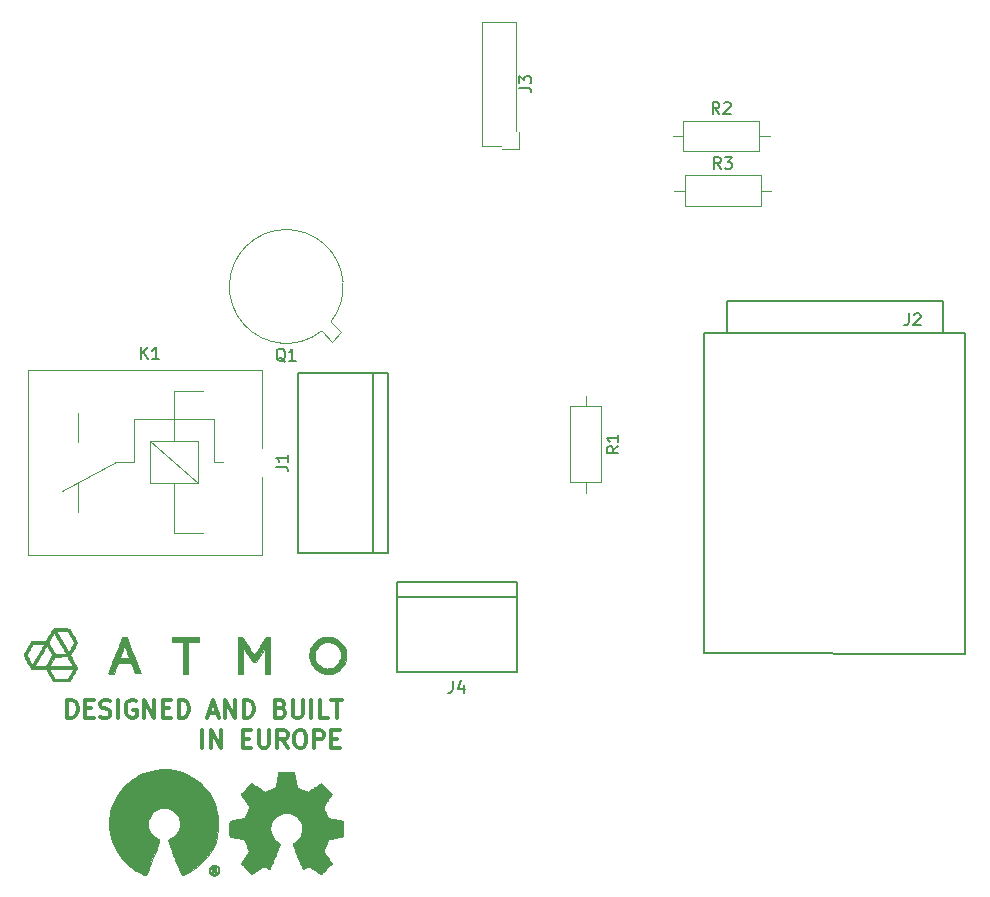
<source format=gbr>
G04 #@! TF.FileFunction,Legend,Top*
%FSLAX46Y46*%
G04 Gerber Fmt 4.6, Leading zero omitted, Abs format (unit mm)*
G04 Created by KiCad (PCBNEW 4.0.7) date 2018 May 07, Monday 10:52:03*
%MOMM*%
%LPD*%
G01*
G04 APERTURE LIST*
%ADD10C,0.100000*%
%ADD11C,0.300000*%
%ADD12C,0.150000*%
%ADD13C,0.120000*%
%ADD14C,0.010000*%
G04 APERTURE END LIST*
D10*
D11*
X118410856Y-111275571D02*
X118410856Y-109775571D01*
X118767999Y-109775571D01*
X118982284Y-109847000D01*
X119125142Y-109989857D01*
X119196570Y-110132714D01*
X119267999Y-110418429D01*
X119267999Y-110632714D01*
X119196570Y-110918429D01*
X119125142Y-111061286D01*
X118982284Y-111204143D01*
X118767999Y-111275571D01*
X118410856Y-111275571D01*
X119910856Y-110489857D02*
X120410856Y-110489857D01*
X120625142Y-111275571D02*
X119910856Y-111275571D01*
X119910856Y-109775571D01*
X120625142Y-109775571D01*
X121196570Y-111204143D02*
X121410856Y-111275571D01*
X121767999Y-111275571D01*
X121910856Y-111204143D01*
X121982285Y-111132714D01*
X122053713Y-110989857D01*
X122053713Y-110847000D01*
X121982285Y-110704143D01*
X121910856Y-110632714D01*
X121767999Y-110561286D01*
X121482285Y-110489857D01*
X121339427Y-110418429D01*
X121267999Y-110347000D01*
X121196570Y-110204143D01*
X121196570Y-110061286D01*
X121267999Y-109918429D01*
X121339427Y-109847000D01*
X121482285Y-109775571D01*
X121839427Y-109775571D01*
X122053713Y-109847000D01*
X122696570Y-111275571D02*
X122696570Y-109775571D01*
X124196570Y-109847000D02*
X124053713Y-109775571D01*
X123839427Y-109775571D01*
X123625142Y-109847000D01*
X123482284Y-109989857D01*
X123410856Y-110132714D01*
X123339427Y-110418429D01*
X123339427Y-110632714D01*
X123410856Y-110918429D01*
X123482284Y-111061286D01*
X123625142Y-111204143D01*
X123839427Y-111275571D01*
X123982284Y-111275571D01*
X124196570Y-111204143D01*
X124267999Y-111132714D01*
X124267999Y-110632714D01*
X123982284Y-110632714D01*
X124910856Y-111275571D02*
X124910856Y-109775571D01*
X125767999Y-111275571D01*
X125767999Y-109775571D01*
X126482285Y-110489857D02*
X126982285Y-110489857D01*
X127196571Y-111275571D02*
X126482285Y-111275571D01*
X126482285Y-109775571D01*
X127196571Y-109775571D01*
X127839428Y-111275571D02*
X127839428Y-109775571D01*
X128196571Y-109775571D01*
X128410856Y-109847000D01*
X128553714Y-109989857D01*
X128625142Y-110132714D01*
X128696571Y-110418429D01*
X128696571Y-110632714D01*
X128625142Y-110918429D01*
X128553714Y-111061286D01*
X128410856Y-111204143D01*
X128196571Y-111275571D01*
X127839428Y-111275571D01*
X130410856Y-110847000D02*
X131125142Y-110847000D01*
X130267999Y-111275571D02*
X130767999Y-109775571D01*
X131267999Y-111275571D01*
X131767999Y-111275571D02*
X131767999Y-109775571D01*
X132625142Y-111275571D01*
X132625142Y-109775571D01*
X133339428Y-111275571D02*
X133339428Y-109775571D01*
X133696571Y-109775571D01*
X133910856Y-109847000D01*
X134053714Y-109989857D01*
X134125142Y-110132714D01*
X134196571Y-110418429D01*
X134196571Y-110632714D01*
X134125142Y-110918429D01*
X134053714Y-111061286D01*
X133910856Y-111204143D01*
X133696571Y-111275571D01*
X133339428Y-111275571D01*
X136482285Y-110489857D02*
X136696571Y-110561286D01*
X136767999Y-110632714D01*
X136839428Y-110775571D01*
X136839428Y-110989857D01*
X136767999Y-111132714D01*
X136696571Y-111204143D01*
X136553713Y-111275571D01*
X135982285Y-111275571D01*
X135982285Y-109775571D01*
X136482285Y-109775571D01*
X136625142Y-109847000D01*
X136696571Y-109918429D01*
X136767999Y-110061286D01*
X136767999Y-110204143D01*
X136696571Y-110347000D01*
X136625142Y-110418429D01*
X136482285Y-110489857D01*
X135982285Y-110489857D01*
X137482285Y-109775571D02*
X137482285Y-110989857D01*
X137553713Y-111132714D01*
X137625142Y-111204143D01*
X137767999Y-111275571D01*
X138053713Y-111275571D01*
X138196571Y-111204143D01*
X138267999Y-111132714D01*
X138339428Y-110989857D01*
X138339428Y-109775571D01*
X139053714Y-111275571D02*
X139053714Y-109775571D01*
X140482286Y-111275571D02*
X139768000Y-111275571D01*
X139768000Y-109775571D01*
X140768000Y-109775571D02*
X141625143Y-109775571D01*
X141196572Y-111275571D02*
X141196572Y-109775571D01*
X129839427Y-113825571D02*
X129839427Y-112325571D01*
X130553713Y-113825571D02*
X130553713Y-112325571D01*
X131410856Y-113825571D01*
X131410856Y-112325571D01*
X133267999Y-113039857D02*
X133767999Y-113039857D01*
X133982285Y-113825571D02*
X133267999Y-113825571D01*
X133267999Y-112325571D01*
X133982285Y-112325571D01*
X134625142Y-112325571D02*
X134625142Y-113539857D01*
X134696570Y-113682714D01*
X134767999Y-113754143D01*
X134910856Y-113825571D01*
X135196570Y-113825571D01*
X135339428Y-113754143D01*
X135410856Y-113682714D01*
X135482285Y-113539857D01*
X135482285Y-112325571D01*
X137053714Y-113825571D02*
X136553714Y-113111286D01*
X136196571Y-113825571D02*
X136196571Y-112325571D01*
X136767999Y-112325571D01*
X136910857Y-112397000D01*
X136982285Y-112468429D01*
X137053714Y-112611286D01*
X137053714Y-112825571D01*
X136982285Y-112968429D01*
X136910857Y-113039857D01*
X136767999Y-113111286D01*
X136196571Y-113111286D01*
X137982285Y-112325571D02*
X138267999Y-112325571D01*
X138410857Y-112397000D01*
X138553714Y-112539857D01*
X138625142Y-112825571D01*
X138625142Y-113325571D01*
X138553714Y-113611286D01*
X138410857Y-113754143D01*
X138267999Y-113825571D01*
X137982285Y-113825571D01*
X137839428Y-113754143D01*
X137696571Y-113611286D01*
X137625142Y-113325571D01*
X137625142Y-112825571D01*
X137696571Y-112539857D01*
X137839428Y-112397000D01*
X137982285Y-112325571D01*
X139268000Y-113825571D02*
X139268000Y-112325571D01*
X139839428Y-112325571D01*
X139982286Y-112397000D01*
X140053714Y-112468429D01*
X140125143Y-112611286D01*
X140125143Y-112825571D01*
X140053714Y-112968429D01*
X139982286Y-113039857D01*
X139839428Y-113111286D01*
X139268000Y-113111286D01*
X140768000Y-113039857D02*
X141268000Y-113039857D01*
X141482286Y-113825571D02*
X140768000Y-113825571D01*
X140768000Y-112325571D01*
X141482286Y-112325571D01*
D12*
X145517000Y-97320000D02*
X137897000Y-97320000D01*
X145517000Y-82080000D02*
X137897000Y-82080000D01*
X144247000Y-97320000D02*
X144247000Y-82080000D01*
X137897000Y-97320000D02*
X137897000Y-82080000D01*
X145517000Y-97320000D02*
X145517000Y-82080000D01*
X174244000Y-76020000D02*
X192532000Y-76020000D01*
X192532000Y-78613000D02*
X192532000Y-76020000D01*
X174244000Y-78613000D02*
X174244000Y-76020000D01*
X172339000Y-78740000D02*
X194437000Y-78740000D01*
X194437000Y-78740000D02*
X194437000Y-105918000D01*
X194437000Y-105918000D02*
X172339000Y-105791000D01*
X172339000Y-105791000D02*
X172339000Y-78740000D01*
D13*
X155123000Y-62850000D02*
X153533000Y-62850000D01*
X153533000Y-62850000D02*
X153533000Y-52390000D01*
X153533000Y-52390000D02*
X156373000Y-52390000D01*
X156373000Y-52390000D02*
X156373000Y-61600000D01*
X155223000Y-63100000D02*
X156623000Y-63100000D01*
X156623000Y-63100000D02*
X156623000Y-61700000D01*
D12*
X146304000Y-101092000D02*
X156464000Y-101092000D01*
X146304000Y-99822000D02*
X146304000Y-107442000D01*
X146304000Y-107442000D02*
X156464000Y-107442000D01*
X156464000Y-107442000D02*
X156464000Y-99822000D01*
X156464000Y-99822000D02*
X146304000Y-99822000D01*
D13*
X139941084Y-78539902D02*
X140832039Y-79430856D01*
X140832039Y-79430856D02*
X141609856Y-78653039D01*
X141609856Y-78653039D02*
X140718902Y-77762084D01*
X140718674Y-77762371D02*
G75*
G03X139941084Y-78539902I-3774674J2997371D01*
G01*
X163616000Y-84928000D02*
X160996000Y-84928000D01*
X160996000Y-84928000D02*
X160996000Y-91348000D01*
X160996000Y-91348000D02*
X163616000Y-91348000D01*
X163616000Y-91348000D02*
X163616000Y-84928000D01*
X162306000Y-84038000D02*
X162306000Y-84928000D01*
X162306000Y-92238000D02*
X162306000Y-91348000D01*
X170572000Y-60717000D02*
X170572000Y-63337000D01*
X170572000Y-63337000D02*
X176992000Y-63337000D01*
X176992000Y-63337000D02*
X176992000Y-60717000D01*
X176992000Y-60717000D02*
X170572000Y-60717000D01*
X169682000Y-62027000D02*
X170572000Y-62027000D01*
X177882000Y-62027000D02*
X176992000Y-62027000D01*
X170683000Y-65355000D02*
X170683000Y-67975000D01*
X170683000Y-67975000D02*
X177103000Y-67975000D01*
X177103000Y-67975000D02*
X177103000Y-65355000D01*
X177103000Y-65355000D02*
X170683000Y-65355000D01*
X169793000Y-66665000D02*
X170683000Y-66665000D01*
X177993000Y-66665000D02*
X177103000Y-66665000D01*
X134877000Y-88462000D02*
X134877000Y-81862000D01*
X134877000Y-97462000D02*
X134877000Y-90862000D01*
X134877000Y-97462000D02*
X115077000Y-97462000D01*
X115077000Y-97462000D02*
X115077000Y-81862000D01*
X115077000Y-81862000D02*
X134877000Y-81862000D01*
X119327000Y-85462000D02*
X119327000Y-87912000D01*
X119327000Y-93862000D02*
X119327000Y-91362000D01*
X129927000Y-83612000D02*
X127427000Y-83612000D01*
X130827000Y-89612000D02*
X131627000Y-89612000D01*
X127427000Y-95612000D02*
X129927000Y-95612000D01*
X124027000Y-89612000D02*
X122527000Y-89612000D01*
X122527000Y-89612000D02*
X117927000Y-92112000D01*
X124027000Y-86012000D02*
X130827000Y-86012000D01*
X124027000Y-89612000D02*
X124027000Y-86012000D01*
X130827000Y-89612000D02*
X130827000Y-86012000D01*
X127427000Y-95612000D02*
X127427000Y-91412000D01*
X127427000Y-87812000D02*
X127427000Y-83612000D01*
X125427000Y-87812000D02*
X129427000Y-91412000D01*
X129427000Y-87812000D02*
X129427000Y-91412000D01*
X129427000Y-91412000D02*
X125427000Y-91412000D01*
X125427000Y-91412000D02*
X125427000Y-87812000D01*
X125427000Y-87812000D02*
X129427000Y-87812000D01*
D14*
G36*
X117878233Y-103719597D02*
X118053892Y-103719958D01*
X118199069Y-103720942D01*
X118316052Y-103722620D01*
X118407126Y-103725059D01*
X118474579Y-103728330D01*
X118520699Y-103732502D01*
X118547772Y-103737644D01*
X118553958Y-103740080D01*
X118572009Y-103759412D01*
X118603511Y-103803697D01*
X118646247Y-103869102D01*
X118697996Y-103951796D01*
X118756541Y-104047945D01*
X118819662Y-104153719D01*
X118885141Y-104265284D01*
X118950758Y-104378809D01*
X119014294Y-104490461D01*
X119073531Y-104596409D01*
X119126249Y-104692819D01*
X119170230Y-104775861D01*
X119203254Y-104841701D01*
X119223104Y-104886508D01*
X119228013Y-104904194D01*
X119219434Y-104933439D01*
X119193624Y-104989882D01*
X119150856Y-105073013D01*
X119091399Y-105182319D01*
X119015524Y-105317288D01*
X118938882Y-105450842D01*
X118871621Y-105567703D01*
X118809912Y-105675938D01*
X118755618Y-105772202D01*
X118710603Y-105853147D01*
X118676729Y-105915425D01*
X118655861Y-105955690D01*
X118649734Y-105970262D01*
X118657770Y-105988441D01*
X118680420Y-106031475D01*
X118715762Y-106095917D01*
X118761874Y-106178326D01*
X118816833Y-106275257D01*
X118878718Y-106383267D01*
X118925247Y-106463826D01*
X119007196Y-106605301D01*
X119074095Y-106721294D01*
X119127280Y-106814703D01*
X119168089Y-106888430D01*
X119197859Y-106945374D01*
X119217927Y-106988435D01*
X119229631Y-107020513D01*
X119234308Y-107044509D01*
X119233294Y-107063323D01*
X119227927Y-107079854D01*
X119219545Y-107097002D01*
X119218313Y-107099409D01*
X119200834Y-107131741D01*
X119169809Y-107187155D01*
X119127601Y-107261569D01*
X119076571Y-107350900D01*
X119019080Y-107451063D01*
X118957492Y-107557977D01*
X118894168Y-107667558D01*
X118831469Y-107775722D01*
X118771757Y-107878387D01*
X118717394Y-107971470D01*
X118670742Y-108050887D01*
X118634163Y-108112556D01*
X118610019Y-108152392D01*
X118602316Y-108164355D01*
X118570671Y-108209419D01*
X117212367Y-108209419D01*
X117158329Y-108123387D01*
X117136471Y-108087371D01*
X117100902Y-108027300D01*
X117054183Y-107947567D01*
X116998878Y-107852564D01*
X116937548Y-107746685D01*
X116872757Y-107634322D01*
X116852873Y-107599736D01*
X116604655Y-107167686D01*
X116874930Y-107167686D01*
X116875658Y-107171671D01*
X116886364Y-107192671D01*
X116911254Y-107238072D01*
X116948094Y-107303906D01*
X116994652Y-107386209D01*
X117048694Y-107481014D01*
X117107986Y-107584356D01*
X117110927Y-107589465D01*
X117335677Y-107979847D01*
X118445963Y-107971807D01*
X118621130Y-107668645D01*
X118677805Y-107570380D01*
X118733164Y-107474073D01*
X118783564Y-107386086D01*
X118825363Y-107312779D01*
X118854918Y-107260512D01*
X118858075Y-107254871D01*
X118919853Y-107144258D01*
X117892496Y-107144258D01*
X117683180Y-107144305D01*
X117504299Y-107144489D01*
X117353515Y-107144871D01*
X117228489Y-107145516D01*
X117126883Y-107146487D01*
X117046357Y-107147845D01*
X116984573Y-107149656D01*
X116939192Y-107151981D01*
X116907876Y-107154883D01*
X116888286Y-107158426D01*
X116878084Y-107162673D01*
X116874930Y-107167686D01*
X116604655Y-107167686D01*
X116601456Y-107162118D01*
X115990004Y-107157285D01*
X115828831Y-107155846D01*
X115697384Y-107154232D01*
X115592615Y-107152304D01*
X115511475Y-107149920D01*
X115450915Y-107146938D01*
X115407889Y-107143217D01*
X115379346Y-107138617D01*
X115362240Y-107132996D01*
X115354931Y-107127871D01*
X115336608Y-107102952D01*
X115305426Y-107054008D01*
X115263532Y-106984861D01*
X115218312Y-106908214D01*
X115639613Y-106908214D01*
X115655321Y-106909901D01*
X115699728Y-106911430D01*
X115768759Y-106912743D01*
X115858340Y-106913785D01*
X115964395Y-106914497D01*
X116082851Y-106914824D01*
X116114633Y-106914839D01*
X116589653Y-106914839D01*
X116867263Y-106914839D01*
X117883954Y-106914839D01*
X118063148Y-106914677D01*
X118232274Y-106914211D01*
X118388546Y-106913468D01*
X118529178Y-106912477D01*
X118651386Y-106911266D01*
X118752385Y-106909864D01*
X118829388Y-106908299D01*
X118879611Y-106906599D01*
X118900269Y-106904792D01*
X118900645Y-106904510D01*
X118897019Y-106895474D01*
X118885418Y-106873108D01*
X118864760Y-106835511D01*
X118833960Y-106780779D01*
X118791937Y-106707012D01*
X118737607Y-106612305D01*
X118669886Y-106494757D01*
X118587691Y-106352464D01*
X118502882Y-106205881D01*
X118438724Y-106095052D01*
X117338196Y-106103678D01*
X117143188Y-106439613D01*
X117085567Y-106538875D01*
X117031131Y-106632644D01*
X116982814Y-106715870D01*
X116943547Y-106783502D01*
X116916262Y-106830491D01*
X116907722Y-106845194D01*
X116867263Y-106914839D01*
X116589653Y-106914839D01*
X116627935Y-106853387D01*
X116646004Y-106823304D01*
X116677876Y-106769100D01*
X116721046Y-106695082D01*
X116773010Y-106605557D01*
X116831261Y-106504833D01*
X116893296Y-106397216D01*
X116900446Y-106384791D01*
X116969661Y-106263928D01*
X117023691Y-106168054D01*
X117064100Y-106093987D01*
X117092454Y-106038548D01*
X117110319Y-105998555D01*
X117119259Y-105970827D01*
X117120840Y-105952184D01*
X117118181Y-105942340D01*
X117105771Y-105919114D01*
X117079213Y-105871678D01*
X117040852Y-105804144D01*
X116993034Y-105720623D01*
X116938105Y-105625227D01*
X116879953Y-105524730D01*
X116658218Y-105142427D01*
X116569109Y-105295310D01*
X116527419Y-105366976D01*
X116471003Y-105464169D01*
X116401517Y-105584030D01*
X116320616Y-105723700D01*
X116229956Y-105880318D01*
X116131193Y-106051025D01*
X116025981Y-106232962D01*
X115915977Y-106423269D01*
X115846445Y-106543601D01*
X115790072Y-106641424D01*
X115739549Y-106729578D01*
X115697071Y-106804194D01*
X115664833Y-106861401D01*
X115645031Y-106897330D01*
X115639613Y-106908214D01*
X115218312Y-106908214D01*
X115213072Y-106899333D01*
X115156191Y-106801244D01*
X115095036Y-106694416D01*
X115031751Y-106582671D01*
X114968484Y-106469830D01*
X114907379Y-106359714D01*
X114850583Y-106256144D01*
X114800242Y-106162943D01*
X114758500Y-106083931D01*
X114727505Y-106022929D01*
X114709401Y-105983759D01*
X114708039Y-105979399D01*
X114954618Y-105979399D01*
X114965370Y-105999671D01*
X114989720Y-106042713D01*
X115025153Y-106104249D01*
X115069153Y-106180004D01*
X115119203Y-106265702D01*
X115172786Y-106357068D01*
X115227386Y-106449826D01*
X115280488Y-106539702D01*
X115329573Y-106622420D01*
X115372127Y-106693704D01*
X115405632Y-106749279D01*
X115427572Y-106784869D01*
X115435413Y-106796274D01*
X115444107Y-106781672D01*
X115467658Y-106741329D01*
X115504534Y-106677886D01*
X115553205Y-106593985D01*
X115612140Y-106492268D01*
X115679807Y-106375375D01*
X115754676Y-106245949D01*
X115835216Y-106106631D01*
X115870065Y-106046323D01*
X115980743Y-105854767D01*
X116076161Y-105689610D01*
X116157449Y-105548868D01*
X116225739Y-105430558D01*
X116282162Y-105332698D01*
X116327847Y-105253303D01*
X116363927Y-105190392D01*
X116391532Y-105141981D01*
X116411793Y-105106088D01*
X116425841Y-105080728D01*
X116434806Y-105063921D01*
X116439820Y-105053681D01*
X116442013Y-105048027D01*
X116442516Y-105044975D01*
X116442459Y-105042613D01*
X116426784Y-105039480D01*
X116382413Y-105036642D01*
X116313423Y-105034204D01*
X116223893Y-105032272D01*
X116117899Y-105030951D01*
X115999520Y-105030349D01*
X115968541Y-105030323D01*
X115494502Y-105030323D01*
X115437757Y-105124549D01*
X115389108Y-105206176D01*
X115334658Y-105298965D01*
X115276658Y-105398933D01*
X115217357Y-105502101D01*
X115159004Y-105604489D01*
X115103849Y-105702116D01*
X115054141Y-105791002D01*
X115012130Y-105867167D01*
X114980065Y-105926631D01*
X114960196Y-105965414D01*
X114954618Y-105979399D01*
X114708039Y-105979399D01*
X114705548Y-105971431D01*
X114713466Y-105949673D01*
X114735784Y-105903450D01*
X114770352Y-105836581D01*
X114815021Y-105752890D01*
X114867638Y-105656198D01*
X114926054Y-105550325D01*
X114988118Y-105439095D01*
X115051679Y-105326329D01*
X115114586Y-105215847D01*
X115174690Y-105111473D01*
X115229839Y-105017026D01*
X115277883Y-104936330D01*
X115297496Y-104904412D01*
X116803097Y-104904412D01*
X116810969Y-104920523D01*
X116833105Y-104961072D01*
X116867281Y-105022169D01*
X116911275Y-105099927D01*
X116962866Y-105190456D01*
X117019829Y-105289867D01*
X117079944Y-105394273D01*
X117140987Y-105499783D01*
X117200736Y-105602510D01*
X117256694Y-105698097D01*
X117345783Y-105849678D01*
X117820053Y-105849678D01*
X117940924Y-105849451D01*
X118050435Y-105848810D01*
X118144506Y-105847813D01*
X118219060Y-105846520D01*
X118270018Y-105844989D01*
X118293303Y-105843279D01*
X118294322Y-105842829D01*
X118289247Y-105832439D01*
X118273601Y-105803990D01*
X118246754Y-105756385D01*
X118208074Y-105688526D01*
X118156932Y-105599315D01*
X118092696Y-105487657D01*
X118014736Y-105352453D01*
X117922421Y-105192607D01*
X117815121Y-105007020D01*
X117692205Y-104794597D01*
X117643682Y-104710774D01*
X117555900Y-104559275D01*
X117483075Y-104433914D01*
X117423844Y-104332409D01*
X117376844Y-104252477D01*
X117340712Y-104191836D01*
X117314083Y-104148202D01*
X117295595Y-104119292D01*
X117283884Y-104102824D01*
X117277587Y-104096516D01*
X117276661Y-104096258D01*
X117266637Y-104109748D01*
X117242860Y-104147315D01*
X117207880Y-104204607D01*
X117164248Y-104277270D01*
X117114516Y-104360950D01*
X117061234Y-104451294D01*
X117006953Y-104543950D01*
X116954224Y-104634563D01*
X116905599Y-104718781D01*
X116863627Y-104792250D01*
X116830861Y-104850617D01*
X116809851Y-104889529D01*
X116803097Y-104904412D01*
X115297496Y-104904412D01*
X115316672Y-104873206D01*
X115344054Y-104831474D01*
X115355038Y-104817290D01*
X115365572Y-104810740D01*
X115385536Y-104805264D01*
X115417965Y-104800703D01*
X115465894Y-104796901D01*
X115532357Y-104793701D01*
X115620388Y-104790945D01*
X115733022Y-104788478D01*
X115873293Y-104786141D01*
X115988282Y-104784516D01*
X116598010Y-104776323D01*
X116870733Y-104301097D01*
X116937935Y-104184933D01*
X117002081Y-104075814D01*
X117060846Y-103977562D01*
X117062037Y-103975612D01*
X117491355Y-103975612D01*
X117499311Y-103993294D01*
X117522039Y-104035850D01*
X117557826Y-104100347D01*
X117604960Y-104183849D01*
X117661731Y-104283423D01*
X117726426Y-104396135D01*
X117797333Y-104519049D01*
X117872741Y-104649233D01*
X117950938Y-104783752D01*
X118030211Y-104919671D01*
X118108850Y-105054057D01*
X118185142Y-105183975D01*
X118257375Y-105306491D01*
X118323839Y-105418671D01*
X118382820Y-105517581D01*
X118432608Y-105600286D01*
X118471490Y-105663853D01*
X118497754Y-105705347D01*
X118509689Y-105721834D01*
X118510161Y-105721949D01*
X118520978Y-105705270D01*
X118545968Y-105663913D01*
X118582939Y-105601598D01*
X118629697Y-105522042D01*
X118684048Y-105428965D01*
X118743801Y-105326085D01*
X118753121Y-105309992D01*
X118821783Y-105190869D01*
X118875242Y-105096664D01*
X118915088Y-105024149D01*
X118942907Y-104970095D01*
X118960287Y-104931274D01*
X118968818Y-104904458D01*
X118970086Y-104886418D01*
X118966728Y-104875734D01*
X118954202Y-104853398D01*
X118927493Y-104806468D01*
X118888777Y-104738748D01*
X118840234Y-104654042D01*
X118784042Y-104556154D01*
X118722379Y-104448888D01*
X118698630Y-104407613D01*
X118448703Y-103973355D01*
X117970029Y-103969011D01*
X117848580Y-103968268D01*
X117738472Y-103968284D01*
X117643763Y-103969004D01*
X117568514Y-103970371D01*
X117516781Y-103972330D01*
X117492624Y-103974825D01*
X117491355Y-103975612D01*
X117062037Y-103975612D01*
X117111906Y-103894000D01*
X117152935Y-103828949D01*
X117181609Y-103786231D01*
X117192187Y-103772613D01*
X117240917Y-103719355D01*
X117878233Y-103719597D01*
X117878233Y-103719597D01*
G37*
X117878233Y-103719597D02*
X118053892Y-103719958D01*
X118199069Y-103720942D01*
X118316052Y-103722620D01*
X118407126Y-103725059D01*
X118474579Y-103728330D01*
X118520699Y-103732502D01*
X118547772Y-103737644D01*
X118553958Y-103740080D01*
X118572009Y-103759412D01*
X118603511Y-103803697D01*
X118646247Y-103869102D01*
X118697996Y-103951796D01*
X118756541Y-104047945D01*
X118819662Y-104153719D01*
X118885141Y-104265284D01*
X118950758Y-104378809D01*
X119014294Y-104490461D01*
X119073531Y-104596409D01*
X119126249Y-104692819D01*
X119170230Y-104775861D01*
X119203254Y-104841701D01*
X119223104Y-104886508D01*
X119228013Y-104904194D01*
X119219434Y-104933439D01*
X119193624Y-104989882D01*
X119150856Y-105073013D01*
X119091399Y-105182319D01*
X119015524Y-105317288D01*
X118938882Y-105450842D01*
X118871621Y-105567703D01*
X118809912Y-105675938D01*
X118755618Y-105772202D01*
X118710603Y-105853147D01*
X118676729Y-105915425D01*
X118655861Y-105955690D01*
X118649734Y-105970262D01*
X118657770Y-105988441D01*
X118680420Y-106031475D01*
X118715762Y-106095917D01*
X118761874Y-106178326D01*
X118816833Y-106275257D01*
X118878718Y-106383267D01*
X118925247Y-106463826D01*
X119007196Y-106605301D01*
X119074095Y-106721294D01*
X119127280Y-106814703D01*
X119168089Y-106888430D01*
X119197859Y-106945374D01*
X119217927Y-106988435D01*
X119229631Y-107020513D01*
X119234308Y-107044509D01*
X119233294Y-107063323D01*
X119227927Y-107079854D01*
X119219545Y-107097002D01*
X119218313Y-107099409D01*
X119200834Y-107131741D01*
X119169809Y-107187155D01*
X119127601Y-107261569D01*
X119076571Y-107350900D01*
X119019080Y-107451063D01*
X118957492Y-107557977D01*
X118894168Y-107667558D01*
X118831469Y-107775722D01*
X118771757Y-107878387D01*
X118717394Y-107971470D01*
X118670742Y-108050887D01*
X118634163Y-108112556D01*
X118610019Y-108152392D01*
X118602316Y-108164355D01*
X118570671Y-108209419D01*
X117212367Y-108209419D01*
X117158329Y-108123387D01*
X117136471Y-108087371D01*
X117100902Y-108027300D01*
X117054183Y-107947567D01*
X116998878Y-107852564D01*
X116937548Y-107746685D01*
X116872757Y-107634322D01*
X116852873Y-107599736D01*
X116604655Y-107167686D01*
X116874930Y-107167686D01*
X116875658Y-107171671D01*
X116886364Y-107192671D01*
X116911254Y-107238072D01*
X116948094Y-107303906D01*
X116994652Y-107386209D01*
X117048694Y-107481014D01*
X117107986Y-107584356D01*
X117110927Y-107589465D01*
X117335677Y-107979847D01*
X118445963Y-107971807D01*
X118621130Y-107668645D01*
X118677805Y-107570380D01*
X118733164Y-107474073D01*
X118783564Y-107386086D01*
X118825363Y-107312779D01*
X118854918Y-107260512D01*
X118858075Y-107254871D01*
X118919853Y-107144258D01*
X117892496Y-107144258D01*
X117683180Y-107144305D01*
X117504299Y-107144489D01*
X117353515Y-107144871D01*
X117228489Y-107145516D01*
X117126883Y-107146487D01*
X117046357Y-107147845D01*
X116984573Y-107149656D01*
X116939192Y-107151981D01*
X116907876Y-107154883D01*
X116888286Y-107158426D01*
X116878084Y-107162673D01*
X116874930Y-107167686D01*
X116604655Y-107167686D01*
X116601456Y-107162118D01*
X115990004Y-107157285D01*
X115828831Y-107155846D01*
X115697384Y-107154232D01*
X115592615Y-107152304D01*
X115511475Y-107149920D01*
X115450915Y-107146938D01*
X115407889Y-107143217D01*
X115379346Y-107138617D01*
X115362240Y-107132996D01*
X115354931Y-107127871D01*
X115336608Y-107102952D01*
X115305426Y-107054008D01*
X115263532Y-106984861D01*
X115218312Y-106908214D01*
X115639613Y-106908214D01*
X115655321Y-106909901D01*
X115699728Y-106911430D01*
X115768759Y-106912743D01*
X115858340Y-106913785D01*
X115964395Y-106914497D01*
X116082851Y-106914824D01*
X116114633Y-106914839D01*
X116589653Y-106914839D01*
X116867263Y-106914839D01*
X117883954Y-106914839D01*
X118063148Y-106914677D01*
X118232274Y-106914211D01*
X118388546Y-106913468D01*
X118529178Y-106912477D01*
X118651386Y-106911266D01*
X118752385Y-106909864D01*
X118829388Y-106908299D01*
X118879611Y-106906599D01*
X118900269Y-106904792D01*
X118900645Y-106904510D01*
X118897019Y-106895474D01*
X118885418Y-106873108D01*
X118864760Y-106835511D01*
X118833960Y-106780779D01*
X118791937Y-106707012D01*
X118737607Y-106612305D01*
X118669886Y-106494757D01*
X118587691Y-106352464D01*
X118502882Y-106205881D01*
X118438724Y-106095052D01*
X117338196Y-106103678D01*
X117143188Y-106439613D01*
X117085567Y-106538875D01*
X117031131Y-106632644D01*
X116982814Y-106715870D01*
X116943547Y-106783502D01*
X116916262Y-106830491D01*
X116907722Y-106845194D01*
X116867263Y-106914839D01*
X116589653Y-106914839D01*
X116627935Y-106853387D01*
X116646004Y-106823304D01*
X116677876Y-106769100D01*
X116721046Y-106695082D01*
X116773010Y-106605557D01*
X116831261Y-106504833D01*
X116893296Y-106397216D01*
X116900446Y-106384791D01*
X116969661Y-106263928D01*
X117023691Y-106168054D01*
X117064100Y-106093987D01*
X117092454Y-106038548D01*
X117110319Y-105998555D01*
X117119259Y-105970827D01*
X117120840Y-105952184D01*
X117118181Y-105942340D01*
X117105771Y-105919114D01*
X117079213Y-105871678D01*
X117040852Y-105804144D01*
X116993034Y-105720623D01*
X116938105Y-105625227D01*
X116879953Y-105524730D01*
X116658218Y-105142427D01*
X116569109Y-105295310D01*
X116527419Y-105366976D01*
X116471003Y-105464169D01*
X116401517Y-105584030D01*
X116320616Y-105723700D01*
X116229956Y-105880318D01*
X116131193Y-106051025D01*
X116025981Y-106232962D01*
X115915977Y-106423269D01*
X115846445Y-106543601D01*
X115790072Y-106641424D01*
X115739549Y-106729578D01*
X115697071Y-106804194D01*
X115664833Y-106861401D01*
X115645031Y-106897330D01*
X115639613Y-106908214D01*
X115218312Y-106908214D01*
X115213072Y-106899333D01*
X115156191Y-106801244D01*
X115095036Y-106694416D01*
X115031751Y-106582671D01*
X114968484Y-106469830D01*
X114907379Y-106359714D01*
X114850583Y-106256144D01*
X114800242Y-106162943D01*
X114758500Y-106083931D01*
X114727505Y-106022929D01*
X114709401Y-105983759D01*
X114708039Y-105979399D01*
X114954618Y-105979399D01*
X114965370Y-105999671D01*
X114989720Y-106042713D01*
X115025153Y-106104249D01*
X115069153Y-106180004D01*
X115119203Y-106265702D01*
X115172786Y-106357068D01*
X115227386Y-106449826D01*
X115280488Y-106539702D01*
X115329573Y-106622420D01*
X115372127Y-106693704D01*
X115405632Y-106749279D01*
X115427572Y-106784869D01*
X115435413Y-106796274D01*
X115444107Y-106781672D01*
X115467658Y-106741329D01*
X115504534Y-106677886D01*
X115553205Y-106593985D01*
X115612140Y-106492268D01*
X115679807Y-106375375D01*
X115754676Y-106245949D01*
X115835216Y-106106631D01*
X115870065Y-106046323D01*
X115980743Y-105854767D01*
X116076161Y-105689610D01*
X116157449Y-105548868D01*
X116225739Y-105430558D01*
X116282162Y-105332698D01*
X116327847Y-105253303D01*
X116363927Y-105190392D01*
X116391532Y-105141981D01*
X116411793Y-105106088D01*
X116425841Y-105080728D01*
X116434806Y-105063921D01*
X116439820Y-105053681D01*
X116442013Y-105048027D01*
X116442516Y-105044975D01*
X116442459Y-105042613D01*
X116426784Y-105039480D01*
X116382413Y-105036642D01*
X116313423Y-105034204D01*
X116223893Y-105032272D01*
X116117899Y-105030951D01*
X115999520Y-105030349D01*
X115968541Y-105030323D01*
X115494502Y-105030323D01*
X115437757Y-105124549D01*
X115389108Y-105206176D01*
X115334658Y-105298965D01*
X115276658Y-105398933D01*
X115217357Y-105502101D01*
X115159004Y-105604489D01*
X115103849Y-105702116D01*
X115054141Y-105791002D01*
X115012130Y-105867167D01*
X114980065Y-105926631D01*
X114960196Y-105965414D01*
X114954618Y-105979399D01*
X114708039Y-105979399D01*
X114705548Y-105971431D01*
X114713466Y-105949673D01*
X114735784Y-105903450D01*
X114770352Y-105836581D01*
X114815021Y-105752890D01*
X114867638Y-105656198D01*
X114926054Y-105550325D01*
X114988118Y-105439095D01*
X115051679Y-105326329D01*
X115114586Y-105215847D01*
X115174690Y-105111473D01*
X115229839Y-105017026D01*
X115277883Y-104936330D01*
X115297496Y-104904412D01*
X116803097Y-104904412D01*
X116810969Y-104920523D01*
X116833105Y-104961072D01*
X116867281Y-105022169D01*
X116911275Y-105099927D01*
X116962866Y-105190456D01*
X117019829Y-105289867D01*
X117079944Y-105394273D01*
X117140987Y-105499783D01*
X117200736Y-105602510D01*
X117256694Y-105698097D01*
X117345783Y-105849678D01*
X117820053Y-105849678D01*
X117940924Y-105849451D01*
X118050435Y-105848810D01*
X118144506Y-105847813D01*
X118219060Y-105846520D01*
X118270018Y-105844989D01*
X118293303Y-105843279D01*
X118294322Y-105842829D01*
X118289247Y-105832439D01*
X118273601Y-105803990D01*
X118246754Y-105756385D01*
X118208074Y-105688526D01*
X118156932Y-105599315D01*
X118092696Y-105487657D01*
X118014736Y-105352453D01*
X117922421Y-105192607D01*
X117815121Y-105007020D01*
X117692205Y-104794597D01*
X117643682Y-104710774D01*
X117555900Y-104559275D01*
X117483075Y-104433914D01*
X117423844Y-104332409D01*
X117376844Y-104252477D01*
X117340712Y-104191836D01*
X117314083Y-104148202D01*
X117295595Y-104119292D01*
X117283884Y-104102824D01*
X117277587Y-104096516D01*
X117276661Y-104096258D01*
X117266637Y-104109748D01*
X117242860Y-104147315D01*
X117207880Y-104204607D01*
X117164248Y-104277270D01*
X117114516Y-104360950D01*
X117061234Y-104451294D01*
X117006953Y-104543950D01*
X116954224Y-104634563D01*
X116905599Y-104718781D01*
X116863627Y-104792250D01*
X116830861Y-104850617D01*
X116809851Y-104889529D01*
X116803097Y-104904412D01*
X115297496Y-104904412D01*
X115316672Y-104873206D01*
X115344054Y-104831474D01*
X115355038Y-104817290D01*
X115365572Y-104810740D01*
X115385536Y-104805264D01*
X115417965Y-104800703D01*
X115465894Y-104796901D01*
X115532357Y-104793701D01*
X115620388Y-104790945D01*
X115733022Y-104788478D01*
X115873293Y-104786141D01*
X115988282Y-104784516D01*
X116598010Y-104776323D01*
X116870733Y-104301097D01*
X116937935Y-104184933D01*
X117002081Y-104075814D01*
X117060846Y-103977562D01*
X117062037Y-103975612D01*
X117491355Y-103975612D01*
X117499311Y-103993294D01*
X117522039Y-104035850D01*
X117557826Y-104100347D01*
X117604960Y-104183849D01*
X117661731Y-104283423D01*
X117726426Y-104396135D01*
X117797333Y-104519049D01*
X117872741Y-104649233D01*
X117950938Y-104783752D01*
X118030211Y-104919671D01*
X118108850Y-105054057D01*
X118185142Y-105183975D01*
X118257375Y-105306491D01*
X118323839Y-105418671D01*
X118382820Y-105517581D01*
X118432608Y-105600286D01*
X118471490Y-105663853D01*
X118497754Y-105705347D01*
X118509689Y-105721834D01*
X118510161Y-105721949D01*
X118520978Y-105705270D01*
X118545968Y-105663913D01*
X118582939Y-105601598D01*
X118629697Y-105522042D01*
X118684048Y-105428965D01*
X118743801Y-105326085D01*
X118753121Y-105309992D01*
X118821783Y-105190869D01*
X118875242Y-105096664D01*
X118915088Y-105024149D01*
X118942907Y-104970095D01*
X118960287Y-104931274D01*
X118968818Y-104904458D01*
X118970086Y-104886418D01*
X118966728Y-104875734D01*
X118954202Y-104853398D01*
X118927493Y-104806468D01*
X118888777Y-104738748D01*
X118840234Y-104654042D01*
X118784042Y-104556154D01*
X118722379Y-104448888D01*
X118698630Y-104407613D01*
X118448703Y-103973355D01*
X117970029Y-103969011D01*
X117848580Y-103968268D01*
X117738472Y-103968284D01*
X117643763Y-103969004D01*
X117568514Y-103970371D01*
X117516781Y-103972330D01*
X117492624Y-103974825D01*
X117491355Y-103975612D01*
X117062037Y-103975612D01*
X117111906Y-103894000D01*
X117152935Y-103828949D01*
X117181609Y-103786231D01*
X117192187Y-103772613D01*
X117240917Y-103719355D01*
X117878233Y-103719597D01*
G36*
X140564387Y-104428643D02*
X140774945Y-104454634D01*
X140978010Y-104510930D01*
X141170987Y-104595433D01*
X141351278Y-104706040D01*
X141516288Y-104840652D01*
X141663421Y-104997169D01*
X141790080Y-105173491D01*
X141893670Y-105367516D01*
X141967613Y-105563913D01*
X141984123Y-105620368D01*
X141996041Y-105669768D01*
X142004137Y-105719380D01*
X142009178Y-105776474D01*
X142011934Y-105848317D01*
X142013174Y-105942177D01*
X142013457Y-105997161D01*
X142013395Y-106106393D01*
X142011842Y-106189946D01*
X142008180Y-106254906D01*
X142001790Y-106308355D01*
X141992054Y-106357379D01*
X141978353Y-106409062D01*
X141977129Y-106413312D01*
X141900400Y-106624120D01*
X141798340Y-106818484D01*
X141673519Y-106994743D01*
X141528507Y-107151231D01*
X141365877Y-107286284D01*
X141188198Y-107398239D01*
X140998042Y-107485431D01*
X140797980Y-107546196D01*
X140590583Y-107578871D01*
X140378422Y-107581792D01*
X140203871Y-107561028D01*
X139983428Y-107505207D01*
X139776949Y-107420539D01*
X139586452Y-107308696D01*
X139413954Y-107171350D01*
X139261473Y-107010174D01*
X139131025Y-106826840D01*
X139024629Y-106623019D01*
X138999510Y-106562729D01*
X138934699Y-106355043D01*
X138900656Y-106141752D01*
X138897684Y-105980774D01*
X139349195Y-105980774D01*
X139363462Y-106175174D01*
X139407968Y-106358959D01*
X139481360Y-106529735D01*
X139582287Y-106685106D01*
X139709397Y-106822678D01*
X139861336Y-106940057D01*
X139906778Y-106968174D01*
X140068653Y-107048326D01*
X140232789Y-107098297D01*
X140403098Y-107118647D01*
X140583497Y-107109935D01*
X140725166Y-107085247D01*
X140867086Y-107039969D01*
X141010501Y-106969196D01*
X141146737Y-106878590D01*
X141267122Y-106773814D01*
X141351782Y-106676124D01*
X141447791Y-106519918D01*
X141521073Y-106341563D01*
X141549728Y-106242384D01*
X141576299Y-106072660D01*
X141573019Y-105899853D01*
X141541959Y-105728219D01*
X141485190Y-105562009D01*
X141404780Y-105405477D01*
X141302802Y-105262876D01*
X141181324Y-105138459D01*
X141042417Y-105036480D01*
X140935519Y-104980545D01*
X140792414Y-104930067D01*
X140635809Y-104896991D01*
X140475645Y-104882306D01*
X140321861Y-104886997D01*
X140200917Y-104907628D01*
X140033217Y-104965550D01*
X139874717Y-105050059D01*
X139730451Y-105157157D01*
X139605449Y-105282846D01*
X139504743Y-105423128D01*
X139469077Y-105489161D01*
X139413010Y-105616330D01*
X139376347Y-105731892D01*
X139356084Y-105848161D01*
X139349219Y-105977450D01*
X139349195Y-105980774D01*
X138897684Y-105980774D01*
X138896680Y-105926396D01*
X138922066Y-105712516D01*
X138976112Y-105503651D01*
X139058115Y-105303343D01*
X139167370Y-105115133D01*
X139303176Y-104942559D01*
X139326222Y-104917789D01*
X139495655Y-104760605D01*
X139676113Y-104634053D01*
X139868481Y-104537784D01*
X140073644Y-104471447D01*
X140292488Y-104434692D01*
X140525898Y-104427170D01*
X140564387Y-104428643D01*
X140564387Y-104428643D01*
G37*
X140564387Y-104428643D02*
X140774945Y-104454634D01*
X140978010Y-104510930D01*
X141170987Y-104595433D01*
X141351278Y-104706040D01*
X141516288Y-104840652D01*
X141663421Y-104997169D01*
X141790080Y-105173491D01*
X141893670Y-105367516D01*
X141967613Y-105563913D01*
X141984123Y-105620368D01*
X141996041Y-105669768D01*
X142004137Y-105719380D01*
X142009178Y-105776474D01*
X142011934Y-105848317D01*
X142013174Y-105942177D01*
X142013457Y-105997161D01*
X142013395Y-106106393D01*
X142011842Y-106189946D01*
X142008180Y-106254906D01*
X142001790Y-106308355D01*
X141992054Y-106357379D01*
X141978353Y-106409062D01*
X141977129Y-106413312D01*
X141900400Y-106624120D01*
X141798340Y-106818484D01*
X141673519Y-106994743D01*
X141528507Y-107151231D01*
X141365877Y-107286284D01*
X141188198Y-107398239D01*
X140998042Y-107485431D01*
X140797980Y-107546196D01*
X140590583Y-107578871D01*
X140378422Y-107581792D01*
X140203871Y-107561028D01*
X139983428Y-107505207D01*
X139776949Y-107420539D01*
X139586452Y-107308696D01*
X139413954Y-107171350D01*
X139261473Y-107010174D01*
X139131025Y-106826840D01*
X139024629Y-106623019D01*
X138999510Y-106562729D01*
X138934699Y-106355043D01*
X138900656Y-106141752D01*
X138897684Y-105980774D01*
X139349195Y-105980774D01*
X139363462Y-106175174D01*
X139407968Y-106358959D01*
X139481360Y-106529735D01*
X139582287Y-106685106D01*
X139709397Y-106822678D01*
X139861336Y-106940057D01*
X139906778Y-106968174D01*
X140068653Y-107048326D01*
X140232789Y-107098297D01*
X140403098Y-107118647D01*
X140583497Y-107109935D01*
X140725166Y-107085247D01*
X140867086Y-107039969D01*
X141010501Y-106969196D01*
X141146737Y-106878590D01*
X141267122Y-106773814D01*
X141351782Y-106676124D01*
X141447791Y-106519918D01*
X141521073Y-106341563D01*
X141549728Y-106242384D01*
X141576299Y-106072660D01*
X141573019Y-105899853D01*
X141541959Y-105728219D01*
X141485190Y-105562009D01*
X141404780Y-105405477D01*
X141302802Y-105262876D01*
X141181324Y-105138459D01*
X141042417Y-105036480D01*
X140935519Y-104980545D01*
X140792414Y-104930067D01*
X140635809Y-104896991D01*
X140475645Y-104882306D01*
X140321861Y-104886997D01*
X140200917Y-104907628D01*
X140033217Y-104965550D01*
X139874717Y-105050059D01*
X139730451Y-105157157D01*
X139605449Y-105282846D01*
X139504743Y-105423128D01*
X139469077Y-105489161D01*
X139413010Y-105616330D01*
X139376347Y-105731892D01*
X139356084Y-105848161D01*
X139349219Y-105977450D01*
X139349195Y-105980774D01*
X138897684Y-105980774D01*
X138896680Y-105926396D01*
X138922066Y-105712516D01*
X138976112Y-105503651D01*
X139058115Y-105303343D01*
X139167370Y-105115133D01*
X139303176Y-104942559D01*
X139326222Y-104917789D01*
X139495655Y-104760605D01*
X139676113Y-104634053D01*
X139868481Y-104537784D01*
X140073644Y-104471447D01*
X140292488Y-104434692D01*
X140525898Y-104427170D01*
X140564387Y-104428643D01*
G36*
X129548651Y-104665710D02*
X129544064Y-104874645D01*
X129081129Y-104878997D01*
X128618193Y-104883349D01*
X128618193Y-107553936D01*
X128175742Y-107553936D01*
X128175742Y-104883349D01*
X127712806Y-104878997D01*
X127249871Y-104874645D01*
X127245284Y-104665710D01*
X127240698Y-104456774D01*
X129553237Y-104456774D01*
X129548651Y-104665710D01*
X129548651Y-104665710D01*
G37*
X129548651Y-104665710D02*
X129544064Y-104874645D01*
X129081129Y-104878997D01*
X128618193Y-104883349D01*
X128618193Y-107553936D01*
X128175742Y-107553936D01*
X128175742Y-104883349D01*
X127712806Y-104878997D01*
X127249871Y-104874645D01*
X127245284Y-104665710D01*
X127240698Y-104456774D01*
X129553237Y-104456774D01*
X129548651Y-104665710D01*
G36*
X123708461Y-105173681D02*
X123813401Y-105441710D01*
X123920855Y-105715471D01*
X124032415Y-105998997D01*
X124149671Y-106296323D01*
X124274216Y-106611483D01*
X124407640Y-106948513D01*
X124551535Y-107311446D01*
X124568790Y-107354934D01*
X124595789Y-107423558D01*
X124617627Y-107480174D01*
X124631853Y-107518348D01*
X124636129Y-107531534D01*
X124620704Y-107533671D01*
X124578260Y-107534919D01*
X124514538Y-107535223D01*
X124435284Y-107534524D01*
X124397257Y-107533890D01*
X124158384Y-107529355D01*
X124071921Y-107316323D01*
X124031637Y-107217054D01*
X123984691Y-107101340D01*
X123936733Y-106983109D01*
X123893412Y-106876289D01*
X123890770Y-106869774D01*
X123796083Y-106636258D01*
X122690495Y-106636258D01*
X122599456Y-106853387D01*
X122557316Y-106954667D01*
X122508927Y-107072187D01*
X122460120Y-107191725D01*
X122416726Y-107299054D01*
X122414727Y-107304032D01*
X122321037Y-107537549D01*
X122085680Y-107537549D01*
X122002094Y-107537154D01*
X121931581Y-107536071D01*
X121879928Y-107534446D01*
X121852925Y-107532427D01*
X121850322Y-107531535D01*
X121856115Y-107515324D01*
X121872446Y-107472675D01*
X121897746Y-107407605D01*
X121930448Y-107324132D01*
X121968981Y-107226274D01*
X122011779Y-107118048D01*
X122011892Y-107117761D01*
X122051730Y-107017212D01*
X122101560Y-106891426D01*
X122159308Y-106745640D01*
X122222901Y-106585090D01*
X122290264Y-106415012D01*
X122359324Y-106240642D01*
X122379117Y-106190662D01*
X122872309Y-106190662D01*
X122877799Y-106197632D01*
X122894246Y-106202719D01*
X122925421Y-106206218D01*
X122975097Y-106208421D01*
X123047045Y-106209621D01*
X123145036Y-106210113D01*
X123242577Y-106210194D01*
X123622337Y-106210194D01*
X123611032Y-106173323D01*
X123592268Y-106115088D01*
X123566124Y-106038113D01*
X123534174Y-105946670D01*
X123497995Y-105845032D01*
X123459163Y-105737473D01*
X123419254Y-105628265D01*
X123379846Y-105521681D01*
X123342513Y-105421994D01*
X123308833Y-105333478D01*
X123280382Y-105260404D01*
X123258736Y-105207046D01*
X123245471Y-105177677D01*
X123242153Y-105173382D01*
X123233979Y-105191405D01*
X123216289Y-105236496D01*
X123190506Y-105304829D01*
X123158050Y-105392578D01*
X123120345Y-105495914D01*
X123078810Y-105611013D01*
X123057893Y-105669419D01*
X123014898Y-105789688D01*
X122975095Y-105900871D01*
X122939917Y-105998979D01*
X122910796Y-106080022D01*
X122889166Y-106140010D01*
X122876458Y-106174953D01*
X122874004Y-106181516D01*
X122872309Y-106190662D01*
X122379117Y-106190662D01*
X122428007Y-106067215D01*
X122481708Y-105931613D01*
X122547665Y-105765059D01*
X122614918Y-105595236D01*
X122681520Y-105427057D01*
X122745525Y-105265437D01*
X122804988Y-105115291D01*
X122857961Y-104981533D01*
X122902499Y-104869078D01*
X122932745Y-104792710D01*
X123075537Y-104432194D01*
X123245414Y-104428068D01*
X123415290Y-104423942D01*
X123708461Y-105173681D01*
X123708461Y-105173681D01*
G37*
X123708461Y-105173681D02*
X123813401Y-105441710D01*
X123920855Y-105715471D01*
X124032415Y-105998997D01*
X124149671Y-106296323D01*
X124274216Y-106611483D01*
X124407640Y-106948513D01*
X124551535Y-107311446D01*
X124568790Y-107354934D01*
X124595789Y-107423558D01*
X124617627Y-107480174D01*
X124631853Y-107518348D01*
X124636129Y-107531534D01*
X124620704Y-107533671D01*
X124578260Y-107534919D01*
X124514538Y-107535223D01*
X124435284Y-107534524D01*
X124397257Y-107533890D01*
X124158384Y-107529355D01*
X124071921Y-107316323D01*
X124031637Y-107217054D01*
X123984691Y-107101340D01*
X123936733Y-106983109D01*
X123893412Y-106876289D01*
X123890770Y-106869774D01*
X123796083Y-106636258D01*
X122690495Y-106636258D01*
X122599456Y-106853387D01*
X122557316Y-106954667D01*
X122508927Y-107072187D01*
X122460120Y-107191725D01*
X122416726Y-107299054D01*
X122414727Y-107304032D01*
X122321037Y-107537549D01*
X122085680Y-107537549D01*
X122002094Y-107537154D01*
X121931581Y-107536071D01*
X121879928Y-107534446D01*
X121852925Y-107532427D01*
X121850322Y-107531535D01*
X121856115Y-107515324D01*
X121872446Y-107472675D01*
X121897746Y-107407605D01*
X121930448Y-107324132D01*
X121968981Y-107226274D01*
X122011779Y-107118048D01*
X122011892Y-107117761D01*
X122051730Y-107017212D01*
X122101560Y-106891426D01*
X122159308Y-106745640D01*
X122222901Y-106585090D01*
X122290264Y-106415012D01*
X122359324Y-106240642D01*
X122379117Y-106190662D01*
X122872309Y-106190662D01*
X122877799Y-106197632D01*
X122894246Y-106202719D01*
X122925421Y-106206218D01*
X122975097Y-106208421D01*
X123047045Y-106209621D01*
X123145036Y-106210113D01*
X123242577Y-106210194D01*
X123622337Y-106210194D01*
X123611032Y-106173323D01*
X123592268Y-106115088D01*
X123566124Y-106038113D01*
X123534174Y-105946670D01*
X123497995Y-105845032D01*
X123459163Y-105737473D01*
X123419254Y-105628265D01*
X123379846Y-105521681D01*
X123342513Y-105421994D01*
X123308833Y-105333478D01*
X123280382Y-105260404D01*
X123258736Y-105207046D01*
X123245471Y-105177677D01*
X123242153Y-105173382D01*
X123233979Y-105191405D01*
X123216289Y-105236496D01*
X123190506Y-105304829D01*
X123158050Y-105392578D01*
X123120345Y-105495914D01*
X123078810Y-105611013D01*
X123057893Y-105669419D01*
X123014898Y-105789688D01*
X122975095Y-105900871D01*
X122939917Y-105998979D01*
X122910796Y-106080022D01*
X122889166Y-106140010D01*
X122876458Y-106174953D01*
X122874004Y-106181516D01*
X122872309Y-106190662D01*
X122379117Y-106190662D01*
X122428007Y-106067215D01*
X122481708Y-105931613D01*
X122547665Y-105765059D01*
X122614918Y-105595236D01*
X122681520Y-105427057D01*
X122745525Y-105265437D01*
X122804988Y-105115291D01*
X122857961Y-104981533D01*
X122902499Y-104869078D01*
X122932745Y-104792710D01*
X123075537Y-104432194D01*
X123245414Y-104428068D01*
X123415290Y-104423942D01*
X123708461Y-105173681D01*
G36*
X135582710Y-107537549D02*
X135140494Y-107537549D01*
X135136279Y-106466585D01*
X135132064Y-105395622D01*
X134345484Y-106570158D01*
X134086646Y-106562516D01*
X133699871Y-105985639D01*
X133617468Y-105863135D01*
X133540493Y-105749472D01*
X133470888Y-105647462D01*
X133410597Y-105559917D01*
X133361563Y-105489652D01*
X133325730Y-105439479D01*
X133305041Y-105412210D01*
X133300806Y-105407994D01*
X133298689Y-105423792D01*
X133296687Y-105469647D01*
X133294832Y-105542838D01*
X133293155Y-105640647D01*
X133291687Y-105760356D01*
X133290461Y-105899246D01*
X133289507Y-106054599D01*
X133288857Y-106223696D01*
X133288541Y-106403818D01*
X133288516Y-106472387D01*
X133288516Y-107537549D01*
X132846064Y-107537549D01*
X132846064Y-104456774D01*
X133201449Y-104456774D01*
X133576463Y-105009839D01*
X133664057Y-105139016D01*
X133751234Y-105267567D01*
X133835060Y-105391168D01*
X133912601Y-105505492D01*
X133980923Y-105606214D01*
X134037092Y-105689008D01*
X134078174Y-105749548D01*
X134082154Y-105755411D01*
X134138132Y-105835285D01*
X134182195Y-105892699D01*
X134212762Y-105925740D01*
X134228253Y-105932494D01*
X134228318Y-105932430D01*
X134240235Y-105916278D01*
X134268792Y-105875552D01*
X134312235Y-105812804D01*
X134368814Y-105730589D01*
X134436777Y-105631459D01*
X134514370Y-105517967D01*
X134599843Y-105392667D01*
X134691444Y-105258112D01*
X134737097Y-105190955D01*
X135230387Y-104464968D01*
X135406548Y-104460317D01*
X135582710Y-104455665D01*
X135582710Y-107537549D01*
X135582710Y-107537549D01*
G37*
X135582710Y-107537549D02*
X135140494Y-107537549D01*
X135136279Y-106466585D01*
X135132064Y-105395622D01*
X134345484Y-106570158D01*
X134086646Y-106562516D01*
X133699871Y-105985639D01*
X133617468Y-105863135D01*
X133540493Y-105749472D01*
X133470888Y-105647462D01*
X133410597Y-105559917D01*
X133361563Y-105489652D01*
X133325730Y-105439479D01*
X133305041Y-105412210D01*
X133300806Y-105407994D01*
X133298689Y-105423792D01*
X133296687Y-105469647D01*
X133294832Y-105542838D01*
X133293155Y-105640647D01*
X133291687Y-105760356D01*
X133290461Y-105899246D01*
X133289507Y-106054599D01*
X133288857Y-106223696D01*
X133288541Y-106403818D01*
X133288516Y-106472387D01*
X133288516Y-107537549D01*
X132846064Y-107537549D01*
X132846064Y-104456774D01*
X133201449Y-104456774D01*
X133576463Y-105009839D01*
X133664057Y-105139016D01*
X133751234Y-105267567D01*
X133835060Y-105391168D01*
X133912601Y-105505492D01*
X133980923Y-105606214D01*
X134037092Y-105689008D01*
X134078174Y-105749548D01*
X134082154Y-105755411D01*
X134138132Y-105835285D01*
X134182195Y-105892699D01*
X134212762Y-105925740D01*
X134228253Y-105932494D01*
X134228318Y-105932430D01*
X134240235Y-105916278D01*
X134268792Y-105875552D01*
X134312235Y-105812804D01*
X134368814Y-105730589D01*
X134436777Y-105631459D01*
X134514370Y-105517967D01*
X134599843Y-105392667D01*
X134691444Y-105258112D01*
X134737097Y-105190955D01*
X135230387Y-104464968D01*
X135406548Y-104460317D01*
X135582710Y-104455665D01*
X135582710Y-107537549D01*
G36*
X136927169Y-115848940D02*
X137064729Y-115849244D01*
X137193027Y-115850013D01*
X137308171Y-115851186D01*
X137406267Y-115852702D01*
X137483425Y-115854503D01*
X137535750Y-115856527D01*
X137559239Y-115858685D01*
X137591339Y-115875632D01*
X137603520Y-115891070D01*
X137608422Y-115911904D01*
X137618460Y-115960995D01*
X137632910Y-116034569D01*
X137651043Y-116128851D01*
X137672135Y-116240065D01*
X137695458Y-116364438D01*
X137718371Y-116487831D01*
X137749048Y-116653657D01*
X137774543Y-116790400D01*
X137795614Y-116900994D01*
X137813020Y-116988374D01*
X137827517Y-117055475D01*
X137839865Y-117105230D01*
X137850820Y-117140575D01*
X137861140Y-117164444D01*
X137871584Y-117179772D01*
X137882909Y-117189493D01*
X137895872Y-117196543D01*
X137902139Y-117199483D01*
X137955127Y-117223231D01*
X138027333Y-117254139D01*
X138113999Y-117290306D01*
X138210363Y-117329837D01*
X138311668Y-117370832D01*
X138413153Y-117411394D01*
X138510059Y-117449624D01*
X138597628Y-117483625D01*
X138671099Y-117511499D01*
X138725713Y-117531348D01*
X138756711Y-117541273D01*
X138761145Y-117542051D01*
X138781577Y-117533075D01*
X138825611Y-117507488D01*
X138890134Y-117467299D01*
X138972035Y-117414521D01*
X139068202Y-117351164D01*
X139175522Y-117279239D01*
X139290883Y-117200755D01*
X139315039Y-117184179D01*
X139431638Y-117104603D01*
X139540808Y-117031159D01*
X139639438Y-116965861D01*
X139724420Y-116910721D01*
X139792645Y-116867752D01*
X139841003Y-116838964D01*
X139866385Y-116826372D01*
X139868457Y-116825974D01*
X139889701Y-116837683D01*
X139932666Y-116872698D01*
X139996838Y-116930538D01*
X140081699Y-117010721D01*
X140186733Y-117112767D01*
X140311422Y-117236193D01*
X140346936Y-117271666D01*
X140462285Y-117387373D01*
X140556331Y-117482510D01*
X140631060Y-117559271D01*
X140688455Y-117619848D01*
X140730500Y-117666437D01*
X140759178Y-117701231D01*
X140776475Y-117726423D01*
X140784374Y-117744207D01*
X140785018Y-117756057D01*
X140774253Y-117777855D01*
X140746982Y-117823142D01*
X140705313Y-117888692D01*
X140651357Y-117971275D01*
X140587223Y-118067664D01*
X140515022Y-118174631D01*
X140436865Y-118288949D01*
X140432724Y-118294965D01*
X140336825Y-118435356D01*
X140255143Y-118557188D01*
X140188608Y-118659003D01*
X140138150Y-118739346D01*
X140104697Y-118796758D01*
X140089180Y-118829782D01*
X140088154Y-118835057D01*
X140094411Y-118859705D01*
X140112100Y-118910069D01*
X140139600Y-118982033D01*
X140175292Y-119071478D01*
X140217555Y-119174288D01*
X140264767Y-119286346D01*
X140277864Y-119316981D01*
X140337681Y-119455162D01*
X140386677Y-119565288D01*
X140425953Y-119649606D01*
X140456613Y-119710365D01*
X140479759Y-119749812D01*
X140496491Y-119770196D01*
X140501742Y-119773559D01*
X140525481Y-119779776D01*
X140577284Y-119790942D01*
X140653159Y-119806275D01*
X140749114Y-119824993D01*
X140861158Y-119846314D01*
X140985298Y-119869457D01*
X141081359Y-119887070D01*
X141244076Y-119916720D01*
X141377689Y-119941250D01*
X141485131Y-119961386D01*
X141569334Y-119977853D01*
X141633229Y-119991375D01*
X141679749Y-120002679D01*
X141711825Y-120012488D01*
X141732390Y-120021529D01*
X141744375Y-120030527D01*
X141750713Y-120040206D01*
X141754335Y-120051292D01*
X141754976Y-120053682D01*
X141757223Y-120077938D01*
X141759300Y-120130857D01*
X141761146Y-120208539D01*
X141762699Y-120307081D01*
X141763898Y-120422583D01*
X141764680Y-120551145D01*
X141764983Y-120686753D01*
X141764935Y-120842970D01*
X141764566Y-120969875D01*
X141763729Y-121070722D01*
X141762279Y-121148763D01*
X141760068Y-121207251D01*
X141756951Y-121249438D01*
X141752782Y-121278578D01*
X141747415Y-121297922D01*
X141740703Y-121310724D01*
X141736712Y-121315785D01*
X141723993Y-121325448D01*
X141700733Y-121335670D01*
X141663984Y-121347124D01*
X141610796Y-121360484D01*
X141538221Y-121376423D01*
X141443308Y-121395614D01*
X141323110Y-121418733D01*
X141174677Y-121446451D01*
X141122409Y-121456094D01*
X140955782Y-121487146D01*
X140819137Y-121513489D01*
X140710312Y-121535605D01*
X140627140Y-121553974D01*
X140567456Y-121569076D01*
X140529096Y-121581393D01*
X140509896Y-121591405D01*
X140508925Y-121592319D01*
X140495453Y-121615038D01*
X140472386Y-121663560D01*
X140441597Y-121733209D01*
X140404958Y-121819310D01*
X140364340Y-121917186D01*
X140321615Y-122022162D01*
X140278655Y-122129561D01*
X140237330Y-122234709D01*
X140199514Y-122332928D01*
X140167077Y-122419544D01*
X140141892Y-122489881D01*
X140125829Y-122539262D01*
X140120718Y-122562136D01*
X140129876Y-122585052D01*
X140156279Y-122632001D01*
X140198322Y-122700463D01*
X140254401Y-122787918D01*
X140322911Y-122891847D01*
X140402246Y-123009729D01*
X140454500Y-123086287D01*
X140531233Y-123199056D01*
X140601749Y-123304421D01*
X140663968Y-123399139D01*
X140715810Y-123479970D01*
X140755194Y-123543670D01*
X140780039Y-123586999D01*
X140788282Y-123606407D01*
X140777034Y-123625565D01*
X140745339Y-123664142D01*
X140696272Y-123719049D01*
X140632908Y-123787196D01*
X140558321Y-123865493D01*
X140475586Y-123950851D01*
X140387777Y-124040180D01*
X140297970Y-124130390D01*
X140209239Y-124218392D01*
X140124658Y-124301095D01*
X140047303Y-124375411D01*
X139980247Y-124438249D01*
X139926566Y-124486520D01*
X139889334Y-124517134D01*
X139872121Y-124527051D01*
X139852516Y-124518103D01*
X139809376Y-124492645D01*
X139745905Y-124452753D01*
X139665307Y-124400501D01*
X139570785Y-124337968D01*
X139465545Y-124267228D01*
X139357031Y-124193269D01*
X139244910Y-124116697D01*
X139140865Y-124046310D01*
X139048025Y-123984175D01*
X138969521Y-123932359D01*
X138908485Y-123892929D01*
X138868047Y-123867951D01*
X138851447Y-123859487D01*
X138831247Y-123866741D01*
X138787578Y-123886802D01*
X138725685Y-123917120D01*
X138650816Y-123955143D01*
X138594944Y-123984218D01*
X138506296Y-124030372D01*
X138441884Y-124062556D01*
X138397373Y-124082425D01*
X138368431Y-124091637D01*
X138350724Y-124091849D01*
X138339919Y-124084716D01*
X138338101Y-124082414D01*
X138326526Y-124060114D01*
X138304322Y-124011208D01*
X138272703Y-123938664D01*
X138232883Y-123845451D01*
X138186078Y-123734538D01*
X138133502Y-123608893D01*
X138076370Y-123471485D01*
X138015895Y-123325282D01*
X137953294Y-123173252D01*
X137889780Y-123018364D01*
X137826568Y-122863587D01*
X137764873Y-122711889D01*
X137705909Y-122566239D01*
X137650891Y-122429605D01*
X137601033Y-122304955D01*
X137557551Y-122195259D01*
X137521658Y-122103484D01*
X137494570Y-122032600D01*
X137477500Y-121985574D01*
X137471664Y-121965375D01*
X137471725Y-121964991D01*
X137488637Y-121945897D01*
X137525893Y-121915156D01*
X137576331Y-121878550D01*
X137591600Y-121868197D01*
X137775680Y-121731398D01*
X137929309Y-121586478D01*
X138054032Y-121431364D01*
X138151397Y-121263982D01*
X138222949Y-121082256D01*
X138249448Y-120985705D01*
X138270185Y-120862390D01*
X138279183Y-120723531D01*
X138276724Y-120580135D01*
X138263086Y-120443210D01*
X138238552Y-120323763D01*
X138232019Y-120301859D01*
X138154379Y-120107987D01*
X138052076Y-119931732D01*
X137927815Y-119774813D01*
X137784302Y-119638947D01*
X137624241Y-119525853D01*
X137450338Y-119437251D01*
X137265299Y-119374857D01*
X137071827Y-119340390D01*
X136872628Y-119335569D01*
X136734052Y-119350299D01*
X136531714Y-119398626D01*
X136343149Y-119475469D01*
X136170366Y-119578978D01*
X136015374Y-119707303D01*
X135880181Y-119858595D01*
X135766796Y-120031005D01*
X135677226Y-120222683D01*
X135629869Y-120366987D01*
X135612580Y-120458153D01*
X135603039Y-120570705D01*
X135601091Y-120694438D01*
X135606581Y-120819146D01*
X135619355Y-120934625D01*
X135639258Y-121030669D01*
X135639971Y-121033171D01*
X135709399Y-121225254D01*
X135802552Y-121399046D01*
X135921366Y-121557097D01*
X136067776Y-121701958D01*
X136243718Y-121836180D01*
X136255065Y-121843823D01*
X136332192Y-121898196D01*
X136383189Y-121940457D01*
X136406790Y-121969513D01*
X136408349Y-121975966D01*
X136402252Y-121996210D01*
X136384766Y-122043462D01*
X136357130Y-122114716D01*
X136320587Y-122206965D01*
X136276379Y-122317204D01*
X136225746Y-122442424D01*
X136169930Y-122579621D01*
X136110172Y-122725788D01*
X136047714Y-122877919D01*
X135983796Y-123033006D01*
X135919662Y-123188044D01*
X135856551Y-123340027D01*
X135795705Y-123485947D01*
X135738365Y-123622800D01*
X135685774Y-123747577D01*
X135639171Y-123857273D01*
X135599800Y-123948882D01*
X135568900Y-124019396D01*
X135547714Y-124065811D01*
X135537482Y-124085119D01*
X135537431Y-124085174D01*
X135525254Y-124091402D01*
X135504492Y-124089552D01*
X135470957Y-124077962D01*
X135420459Y-124054970D01*
X135348809Y-124018917D01*
X135280769Y-123983411D01*
X135200455Y-123941716D01*
X135129595Y-123906000D01*
X135073442Y-123878828D01*
X135037249Y-123862762D01*
X135026813Y-123859487D01*
X135009574Y-123868404D01*
X134968679Y-123893781D01*
X134907255Y-123933549D01*
X134828426Y-123985645D01*
X134735320Y-124048003D01*
X134631062Y-124118557D01*
X134521654Y-124193269D01*
X134409008Y-124269963D01*
X134303908Y-124340449D01*
X134209572Y-124402648D01*
X134129219Y-124454483D01*
X134066066Y-124493878D01*
X134023333Y-124518755D01*
X134004493Y-124527051D01*
X133985446Y-124515644D01*
X133945691Y-124482625D01*
X133887152Y-124429795D01*
X133811753Y-124358956D01*
X133721419Y-124271908D01*
X133618073Y-124170454D01*
X133530447Y-124083256D01*
X133420711Y-123972690D01*
X133323282Y-123872973D01*
X133240059Y-123786134D01*
X133172943Y-123714205D01*
X133123834Y-123659216D01*
X133094631Y-123623197D01*
X133086872Y-123609210D01*
X133095822Y-123589221D01*
X133121291Y-123545707D01*
X133161205Y-123481878D01*
X133213491Y-123400943D01*
X133276077Y-123306112D01*
X133346889Y-123200595D01*
X133421897Y-123090456D01*
X133498889Y-122977955D01*
X133570069Y-122873490D01*
X133633321Y-122780202D01*
X133686528Y-122701232D01*
X133727574Y-122639720D01*
X133754343Y-122598808D01*
X133764685Y-122581725D01*
X133760420Y-122563366D01*
X133745698Y-122519228D01*
X133722231Y-122453741D01*
X133691727Y-122371332D01*
X133655895Y-122276430D01*
X133616446Y-122173463D01*
X133575089Y-122066860D01*
X133533533Y-121961048D01*
X133493488Y-121860456D01*
X133456664Y-121769512D01*
X133424771Y-121692644D01*
X133399517Y-121634282D01*
X133395426Y-121625246D01*
X133361591Y-121584709D01*
X133324633Y-121565226D01*
X133296965Y-121558627D01*
X133241358Y-121547035D01*
X133161919Y-121531246D01*
X133062755Y-121512056D01*
X132947974Y-121490263D01*
X132821680Y-121466663D01*
X132720526Y-121448010D01*
X132589842Y-121423718D01*
X132468986Y-121400620D01*
X132361788Y-121379496D01*
X132272083Y-121361127D01*
X132203701Y-121346295D01*
X132160477Y-121335782D01*
X132146584Y-121331004D01*
X132141108Y-121310977D01*
X132136407Y-121262696D01*
X132132482Y-121190464D01*
X132129332Y-121098582D01*
X132126957Y-120991352D01*
X132125358Y-120873076D01*
X132124534Y-120748055D01*
X132124486Y-120620591D01*
X132125213Y-120494986D01*
X132126715Y-120375542D01*
X132128993Y-120266559D01*
X132132047Y-120172341D01*
X132135875Y-120097188D01*
X132140479Y-120045403D01*
X132145859Y-120021286D01*
X132146584Y-120020433D01*
X132166709Y-120013775D01*
X132215235Y-120002060D01*
X132288523Y-119986041D01*
X132382932Y-119966471D01*
X132494822Y-119944101D01*
X132620552Y-119919686D01*
X132756482Y-119893977D01*
X132774495Y-119890619D01*
X132931828Y-119860850D01*
X133070724Y-119833575D01*
X133188758Y-119809315D01*
X133283510Y-119788596D01*
X133352557Y-119771939D01*
X133393476Y-119759867D01*
X133403796Y-119754776D01*
X133415509Y-119734455D01*
X133438070Y-119688060D01*
X133469694Y-119619530D01*
X133508599Y-119532807D01*
X133553002Y-119431832D01*
X133601120Y-119320544D01*
X133615937Y-119285915D01*
X133672130Y-119153440D01*
X133716119Y-119047605D01*
X133749022Y-118965334D01*
X133771956Y-118903552D01*
X133786040Y-118859186D01*
X133792390Y-118829159D01*
X133792125Y-118810397D01*
X133790528Y-118805595D01*
X133777931Y-118784714D01*
X133748981Y-118740251D01*
X133705838Y-118675415D01*
X133650662Y-118593413D01*
X133585611Y-118497454D01*
X133512845Y-118390747D01*
X133434523Y-118276499D01*
X133430796Y-118271078D01*
X133352869Y-118156970D01*
X133281126Y-118050461D01*
X133217618Y-117954705D01*
X133164393Y-117872857D01*
X133123500Y-117808068D01*
X133096990Y-117763493D01*
X133086910Y-117742286D01*
X133086872Y-117741800D01*
X133098099Y-117723951D01*
X133130203Y-117685806D01*
X133180822Y-117629881D01*
X133247595Y-117558692D01*
X133328157Y-117474753D01*
X133420147Y-117380579D01*
X133521201Y-117278686D01*
X133532897Y-117266986D01*
X133648663Y-117151582D01*
X133743859Y-117057483D01*
X133820679Y-116982707D01*
X133881315Y-116925270D01*
X133927958Y-116883188D01*
X133962801Y-116854480D01*
X133988036Y-116837161D01*
X134005855Y-116829249D01*
X134017540Y-116828565D01*
X134039300Y-116839208D01*
X134084628Y-116866347D01*
X134150344Y-116907910D01*
X134233265Y-116961825D01*
X134330208Y-117026019D01*
X134437993Y-117098421D01*
X134553437Y-117176957D01*
X134571013Y-117188999D01*
X134686958Y-117267949D01*
X134795437Y-117340748D01*
X134893321Y-117405377D01*
X134977483Y-117459818D01*
X135044795Y-117502050D01*
X135092129Y-117530055D01*
X135116358Y-117541812D01*
X135117887Y-117542051D01*
X135141528Y-117535975D01*
X135190314Y-117519051D01*
X135259447Y-117493230D01*
X135344128Y-117460466D01*
X135439561Y-117422712D01*
X135540948Y-117381920D01*
X135643490Y-117340045D01*
X135742390Y-117299039D01*
X135832851Y-117260855D01*
X135910074Y-117227445D01*
X135969263Y-117200764D01*
X136005619Y-117182763D01*
X136014261Y-117177161D01*
X136021790Y-117157101D01*
X136034272Y-117108568D01*
X136050950Y-117035145D01*
X136071067Y-116940419D01*
X136093867Y-116827975D01*
X136118592Y-116701398D01*
X136144485Y-116564273D01*
X136150587Y-116531292D01*
X136180921Y-116367863D01*
X136206378Y-116233682D01*
X136227600Y-116125908D01*
X136245229Y-116041696D01*
X136259906Y-115978202D01*
X136272274Y-115932582D01*
X136282975Y-115901994D01*
X136292650Y-115883593D01*
X136298239Y-115877211D01*
X136308927Y-115869756D01*
X136324500Y-115863721D01*
X136348209Y-115858959D01*
X136383307Y-115855323D01*
X136433046Y-115852669D01*
X136500677Y-115850849D01*
X136589453Y-115849717D01*
X136702627Y-115849127D01*
X136843449Y-115848933D01*
X136927169Y-115848940D01*
X136927169Y-115848940D01*
G37*
X136927169Y-115848940D02*
X137064729Y-115849244D01*
X137193027Y-115850013D01*
X137308171Y-115851186D01*
X137406267Y-115852702D01*
X137483425Y-115854503D01*
X137535750Y-115856527D01*
X137559239Y-115858685D01*
X137591339Y-115875632D01*
X137603520Y-115891070D01*
X137608422Y-115911904D01*
X137618460Y-115960995D01*
X137632910Y-116034569D01*
X137651043Y-116128851D01*
X137672135Y-116240065D01*
X137695458Y-116364438D01*
X137718371Y-116487831D01*
X137749048Y-116653657D01*
X137774543Y-116790400D01*
X137795614Y-116900994D01*
X137813020Y-116988374D01*
X137827517Y-117055475D01*
X137839865Y-117105230D01*
X137850820Y-117140575D01*
X137861140Y-117164444D01*
X137871584Y-117179772D01*
X137882909Y-117189493D01*
X137895872Y-117196543D01*
X137902139Y-117199483D01*
X137955127Y-117223231D01*
X138027333Y-117254139D01*
X138113999Y-117290306D01*
X138210363Y-117329837D01*
X138311668Y-117370832D01*
X138413153Y-117411394D01*
X138510059Y-117449624D01*
X138597628Y-117483625D01*
X138671099Y-117511499D01*
X138725713Y-117531348D01*
X138756711Y-117541273D01*
X138761145Y-117542051D01*
X138781577Y-117533075D01*
X138825611Y-117507488D01*
X138890134Y-117467299D01*
X138972035Y-117414521D01*
X139068202Y-117351164D01*
X139175522Y-117279239D01*
X139290883Y-117200755D01*
X139315039Y-117184179D01*
X139431638Y-117104603D01*
X139540808Y-117031159D01*
X139639438Y-116965861D01*
X139724420Y-116910721D01*
X139792645Y-116867752D01*
X139841003Y-116838964D01*
X139866385Y-116826372D01*
X139868457Y-116825974D01*
X139889701Y-116837683D01*
X139932666Y-116872698D01*
X139996838Y-116930538D01*
X140081699Y-117010721D01*
X140186733Y-117112767D01*
X140311422Y-117236193D01*
X140346936Y-117271666D01*
X140462285Y-117387373D01*
X140556331Y-117482510D01*
X140631060Y-117559271D01*
X140688455Y-117619848D01*
X140730500Y-117666437D01*
X140759178Y-117701231D01*
X140776475Y-117726423D01*
X140784374Y-117744207D01*
X140785018Y-117756057D01*
X140774253Y-117777855D01*
X140746982Y-117823142D01*
X140705313Y-117888692D01*
X140651357Y-117971275D01*
X140587223Y-118067664D01*
X140515022Y-118174631D01*
X140436865Y-118288949D01*
X140432724Y-118294965D01*
X140336825Y-118435356D01*
X140255143Y-118557188D01*
X140188608Y-118659003D01*
X140138150Y-118739346D01*
X140104697Y-118796758D01*
X140089180Y-118829782D01*
X140088154Y-118835057D01*
X140094411Y-118859705D01*
X140112100Y-118910069D01*
X140139600Y-118982033D01*
X140175292Y-119071478D01*
X140217555Y-119174288D01*
X140264767Y-119286346D01*
X140277864Y-119316981D01*
X140337681Y-119455162D01*
X140386677Y-119565288D01*
X140425953Y-119649606D01*
X140456613Y-119710365D01*
X140479759Y-119749812D01*
X140496491Y-119770196D01*
X140501742Y-119773559D01*
X140525481Y-119779776D01*
X140577284Y-119790942D01*
X140653159Y-119806275D01*
X140749114Y-119824993D01*
X140861158Y-119846314D01*
X140985298Y-119869457D01*
X141081359Y-119887070D01*
X141244076Y-119916720D01*
X141377689Y-119941250D01*
X141485131Y-119961386D01*
X141569334Y-119977853D01*
X141633229Y-119991375D01*
X141679749Y-120002679D01*
X141711825Y-120012488D01*
X141732390Y-120021529D01*
X141744375Y-120030527D01*
X141750713Y-120040206D01*
X141754335Y-120051292D01*
X141754976Y-120053682D01*
X141757223Y-120077938D01*
X141759300Y-120130857D01*
X141761146Y-120208539D01*
X141762699Y-120307081D01*
X141763898Y-120422583D01*
X141764680Y-120551145D01*
X141764983Y-120686753D01*
X141764935Y-120842970D01*
X141764566Y-120969875D01*
X141763729Y-121070722D01*
X141762279Y-121148763D01*
X141760068Y-121207251D01*
X141756951Y-121249438D01*
X141752782Y-121278578D01*
X141747415Y-121297922D01*
X141740703Y-121310724D01*
X141736712Y-121315785D01*
X141723993Y-121325448D01*
X141700733Y-121335670D01*
X141663984Y-121347124D01*
X141610796Y-121360484D01*
X141538221Y-121376423D01*
X141443308Y-121395614D01*
X141323110Y-121418733D01*
X141174677Y-121446451D01*
X141122409Y-121456094D01*
X140955782Y-121487146D01*
X140819137Y-121513489D01*
X140710312Y-121535605D01*
X140627140Y-121553974D01*
X140567456Y-121569076D01*
X140529096Y-121581393D01*
X140509896Y-121591405D01*
X140508925Y-121592319D01*
X140495453Y-121615038D01*
X140472386Y-121663560D01*
X140441597Y-121733209D01*
X140404958Y-121819310D01*
X140364340Y-121917186D01*
X140321615Y-122022162D01*
X140278655Y-122129561D01*
X140237330Y-122234709D01*
X140199514Y-122332928D01*
X140167077Y-122419544D01*
X140141892Y-122489881D01*
X140125829Y-122539262D01*
X140120718Y-122562136D01*
X140129876Y-122585052D01*
X140156279Y-122632001D01*
X140198322Y-122700463D01*
X140254401Y-122787918D01*
X140322911Y-122891847D01*
X140402246Y-123009729D01*
X140454500Y-123086287D01*
X140531233Y-123199056D01*
X140601749Y-123304421D01*
X140663968Y-123399139D01*
X140715810Y-123479970D01*
X140755194Y-123543670D01*
X140780039Y-123586999D01*
X140788282Y-123606407D01*
X140777034Y-123625565D01*
X140745339Y-123664142D01*
X140696272Y-123719049D01*
X140632908Y-123787196D01*
X140558321Y-123865493D01*
X140475586Y-123950851D01*
X140387777Y-124040180D01*
X140297970Y-124130390D01*
X140209239Y-124218392D01*
X140124658Y-124301095D01*
X140047303Y-124375411D01*
X139980247Y-124438249D01*
X139926566Y-124486520D01*
X139889334Y-124517134D01*
X139872121Y-124527051D01*
X139852516Y-124518103D01*
X139809376Y-124492645D01*
X139745905Y-124452753D01*
X139665307Y-124400501D01*
X139570785Y-124337968D01*
X139465545Y-124267228D01*
X139357031Y-124193269D01*
X139244910Y-124116697D01*
X139140865Y-124046310D01*
X139048025Y-123984175D01*
X138969521Y-123932359D01*
X138908485Y-123892929D01*
X138868047Y-123867951D01*
X138851447Y-123859487D01*
X138831247Y-123866741D01*
X138787578Y-123886802D01*
X138725685Y-123917120D01*
X138650816Y-123955143D01*
X138594944Y-123984218D01*
X138506296Y-124030372D01*
X138441884Y-124062556D01*
X138397373Y-124082425D01*
X138368431Y-124091637D01*
X138350724Y-124091849D01*
X138339919Y-124084716D01*
X138338101Y-124082414D01*
X138326526Y-124060114D01*
X138304322Y-124011208D01*
X138272703Y-123938664D01*
X138232883Y-123845451D01*
X138186078Y-123734538D01*
X138133502Y-123608893D01*
X138076370Y-123471485D01*
X138015895Y-123325282D01*
X137953294Y-123173252D01*
X137889780Y-123018364D01*
X137826568Y-122863587D01*
X137764873Y-122711889D01*
X137705909Y-122566239D01*
X137650891Y-122429605D01*
X137601033Y-122304955D01*
X137557551Y-122195259D01*
X137521658Y-122103484D01*
X137494570Y-122032600D01*
X137477500Y-121985574D01*
X137471664Y-121965375D01*
X137471725Y-121964991D01*
X137488637Y-121945897D01*
X137525893Y-121915156D01*
X137576331Y-121878550D01*
X137591600Y-121868197D01*
X137775680Y-121731398D01*
X137929309Y-121586478D01*
X138054032Y-121431364D01*
X138151397Y-121263982D01*
X138222949Y-121082256D01*
X138249448Y-120985705D01*
X138270185Y-120862390D01*
X138279183Y-120723531D01*
X138276724Y-120580135D01*
X138263086Y-120443210D01*
X138238552Y-120323763D01*
X138232019Y-120301859D01*
X138154379Y-120107987D01*
X138052076Y-119931732D01*
X137927815Y-119774813D01*
X137784302Y-119638947D01*
X137624241Y-119525853D01*
X137450338Y-119437251D01*
X137265299Y-119374857D01*
X137071827Y-119340390D01*
X136872628Y-119335569D01*
X136734052Y-119350299D01*
X136531714Y-119398626D01*
X136343149Y-119475469D01*
X136170366Y-119578978D01*
X136015374Y-119707303D01*
X135880181Y-119858595D01*
X135766796Y-120031005D01*
X135677226Y-120222683D01*
X135629869Y-120366987D01*
X135612580Y-120458153D01*
X135603039Y-120570705D01*
X135601091Y-120694438D01*
X135606581Y-120819146D01*
X135619355Y-120934625D01*
X135639258Y-121030669D01*
X135639971Y-121033171D01*
X135709399Y-121225254D01*
X135802552Y-121399046D01*
X135921366Y-121557097D01*
X136067776Y-121701958D01*
X136243718Y-121836180D01*
X136255065Y-121843823D01*
X136332192Y-121898196D01*
X136383189Y-121940457D01*
X136406790Y-121969513D01*
X136408349Y-121975966D01*
X136402252Y-121996210D01*
X136384766Y-122043462D01*
X136357130Y-122114716D01*
X136320587Y-122206965D01*
X136276379Y-122317204D01*
X136225746Y-122442424D01*
X136169930Y-122579621D01*
X136110172Y-122725788D01*
X136047714Y-122877919D01*
X135983796Y-123033006D01*
X135919662Y-123188044D01*
X135856551Y-123340027D01*
X135795705Y-123485947D01*
X135738365Y-123622800D01*
X135685774Y-123747577D01*
X135639171Y-123857273D01*
X135599800Y-123948882D01*
X135568900Y-124019396D01*
X135547714Y-124065811D01*
X135537482Y-124085119D01*
X135537431Y-124085174D01*
X135525254Y-124091402D01*
X135504492Y-124089552D01*
X135470957Y-124077962D01*
X135420459Y-124054970D01*
X135348809Y-124018917D01*
X135280769Y-123983411D01*
X135200455Y-123941716D01*
X135129595Y-123906000D01*
X135073442Y-123878828D01*
X135037249Y-123862762D01*
X135026813Y-123859487D01*
X135009574Y-123868404D01*
X134968679Y-123893781D01*
X134907255Y-123933549D01*
X134828426Y-123985645D01*
X134735320Y-124048003D01*
X134631062Y-124118557D01*
X134521654Y-124193269D01*
X134409008Y-124269963D01*
X134303908Y-124340449D01*
X134209572Y-124402648D01*
X134129219Y-124454483D01*
X134066066Y-124493878D01*
X134023333Y-124518755D01*
X134004493Y-124527051D01*
X133985446Y-124515644D01*
X133945691Y-124482625D01*
X133887152Y-124429795D01*
X133811753Y-124358956D01*
X133721419Y-124271908D01*
X133618073Y-124170454D01*
X133530447Y-124083256D01*
X133420711Y-123972690D01*
X133323282Y-123872973D01*
X133240059Y-123786134D01*
X133172943Y-123714205D01*
X133123834Y-123659216D01*
X133094631Y-123623197D01*
X133086872Y-123609210D01*
X133095822Y-123589221D01*
X133121291Y-123545707D01*
X133161205Y-123481878D01*
X133213491Y-123400943D01*
X133276077Y-123306112D01*
X133346889Y-123200595D01*
X133421897Y-123090456D01*
X133498889Y-122977955D01*
X133570069Y-122873490D01*
X133633321Y-122780202D01*
X133686528Y-122701232D01*
X133727574Y-122639720D01*
X133754343Y-122598808D01*
X133764685Y-122581725D01*
X133760420Y-122563366D01*
X133745698Y-122519228D01*
X133722231Y-122453741D01*
X133691727Y-122371332D01*
X133655895Y-122276430D01*
X133616446Y-122173463D01*
X133575089Y-122066860D01*
X133533533Y-121961048D01*
X133493488Y-121860456D01*
X133456664Y-121769512D01*
X133424771Y-121692644D01*
X133399517Y-121634282D01*
X133395426Y-121625246D01*
X133361591Y-121584709D01*
X133324633Y-121565226D01*
X133296965Y-121558627D01*
X133241358Y-121547035D01*
X133161919Y-121531246D01*
X133062755Y-121512056D01*
X132947974Y-121490263D01*
X132821680Y-121466663D01*
X132720526Y-121448010D01*
X132589842Y-121423718D01*
X132468986Y-121400620D01*
X132361788Y-121379496D01*
X132272083Y-121361127D01*
X132203701Y-121346295D01*
X132160477Y-121335782D01*
X132146584Y-121331004D01*
X132141108Y-121310977D01*
X132136407Y-121262696D01*
X132132482Y-121190464D01*
X132129332Y-121098582D01*
X132126957Y-120991352D01*
X132125358Y-120873076D01*
X132124534Y-120748055D01*
X132124486Y-120620591D01*
X132125213Y-120494986D01*
X132126715Y-120375542D01*
X132128993Y-120266559D01*
X132132047Y-120172341D01*
X132135875Y-120097188D01*
X132140479Y-120045403D01*
X132145859Y-120021286D01*
X132146584Y-120020433D01*
X132166709Y-120013775D01*
X132215235Y-120002060D01*
X132288523Y-119986041D01*
X132382932Y-119966471D01*
X132494822Y-119944101D01*
X132620552Y-119919686D01*
X132756482Y-119893977D01*
X132774495Y-119890619D01*
X132931828Y-119860850D01*
X133070724Y-119833575D01*
X133188758Y-119809315D01*
X133283510Y-119788596D01*
X133352557Y-119771939D01*
X133393476Y-119759867D01*
X133403796Y-119754776D01*
X133415509Y-119734455D01*
X133438070Y-119688060D01*
X133469694Y-119619530D01*
X133508599Y-119532807D01*
X133553002Y-119431832D01*
X133601120Y-119320544D01*
X133615937Y-119285915D01*
X133672130Y-119153440D01*
X133716119Y-119047605D01*
X133749022Y-118965334D01*
X133771956Y-118903552D01*
X133786040Y-118859186D01*
X133792390Y-118829159D01*
X133792125Y-118810397D01*
X133790528Y-118805595D01*
X133777931Y-118784714D01*
X133748981Y-118740251D01*
X133705838Y-118675415D01*
X133650662Y-118593413D01*
X133585611Y-118497454D01*
X133512845Y-118390747D01*
X133434523Y-118276499D01*
X133430796Y-118271078D01*
X133352869Y-118156970D01*
X133281126Y-118050461D01*
X133217618Y-117954705D01*
X133164393Y-117872857D01*
X133123500Y-117808068D01*
X133096990Y-117763493D01*
X133086910Y-117742286D01*
X133086872Y-117741800D01*
X133098099Y-117723951D01*
X133130203Y-117685806D01*
X133180822Y-117629881D01*
X133247595Y-117558692D01*
X133328157Y-117474753D01*
X133420147Y-117380579D01*
X133521201Y-117278686D01*
X133532897Y-117266986D01*
X133648663Y-117151582D01*
X133743859Y-117057483D01*
X133820679Y-116982707D01*
X133881315Y-116925270D01*
X133927958Y-116883188D01*
X133962801Y-116854480D01*
X133988036Y-116837161D01*
X134005855Y-116829249D01*
X134017540Y-116828565D01*
X134039300Y-116839208D01*
X134084628Y-116866347D01*
X134150344Y-116907910D01*
X134233265Y-116961825D01*
X134330208Y-117026019D01*
X134437993Y-117098421D01*
X134553437Y-117176957D01*
X134571013Y-117188999D01*
X134686958Y-117267949D01*
X134795437Y-117340748D01*
X134893321Y-117405377D01*
X134977483Y-117459818D01*
X135044795Y-117502050D01*
X135092129Y-117530055D01*
X135116358Y-117541812D01*
X135117887Y-117542051D01*
X135141528Y-117535975D01*
X135190314Y-117519051D01*
X135259447Y-117493230D01*
X135344128Y-117460466D01*
X135439561Y-117422712D01*
X135540948Y-117381920D01*
X135643490Y-117340045D01*
X135742390Y-117299039D01*
X135832851Y-117260855D01*
X135910074Y-117227445D01*
X135969263Y-117200764D01*
X136005619Y-117182763D01*
X136014261Y-117177161D01*
X136021790Y-117157101D01*
X136034272Y-117108568D01*
X136050950Y-117035145D01*
X136071067Y-116940419D01*
X136093867Y-116827975D01*
X136118592Y-116701398D01*
X136144485Y-116564273D01*
X136150587Y-116531292D01*
X136180921Y-116367863D01*
X136206378Y-116233682D01*
X136227600Y-116125908D01*
X136245229Y-116041696D01*
X136259906Y-115978202D01*
X136272274Y-115932582D01*
X136282975Y-115901994D01*
X136292650Y-115883593D01*
X136298239Y-115877211D01*
X136308927Y-115869756D01*
X136324500Y-115863721D01*
X136348209Y-115858959D01*
X136383307Y-115855323D01*
X136433046Y-115852669D01*
X136500677Y-115850849D01*
X136589453Y-115849717D01*
X136702627Y-115849127D01*
X136843449Y-115848933D01*
X136927169Y-115848940D01*
G36*
X130946642Y-123754305D02*
X131050420Y-123794547D01*
X131138702Y-123856322D01*
X131209079Y-123935628D01*
X131259141Y-124028461D01*
X131286480Y-124130819D01*
X131288686Y-124238697D01*
X131263349Y-124348095D01*
X131234422Y-124411883D01*
X131165319Y-124509766D01*
X131078823Y-124581159D01*
X130974584Y-124626277D01*
X130854687Y-124645217D01*
X130774128Y-124645164D01*
X130708619Y-124634238D01*
X130663447Y-124618990D01*
X130562648Y-124563356D01*
X130482703Y-124487641D01*
X130424696Y-124396608D01*
X130389711Y-124295019D01*
X130379783Y-124197019D01*
X130497848Y-124197019D01*
X130511775Y-124292900D01*
X130551192Y-124376543D01*
X130611209Y-124444931D01*
X130686934Y-124495046D01*
X130773476Y-124523868D01*
X130865944Y-124528379D01*
X130959447Y-124505562D01*
X130981687Y-124495591D01*
X131062393Y-124440250D01*
X131120782Y-124368211D01*
X131156521Y-124285027D01*
X131169279Y-124196250D01*
X131158723Y-124107434D01*
X131124521Y-124024131D01*
X131066343Y-123951895D01*
X131016449Y-123914084D01*
X130922989Y-123872609D01*
X130828601Y-123859612D01*
X130737878Y-123872588D01*
X130655411Y-123909032D01*
X130585791Y-123966439D01*
X130533610Y-124042303D01*
X130503460Y-124134121D01*
X130497848Y-124197019D01*
X130379783Y-124197019D01*
X130378832Y-124187637D01*
X130393141Y-124079222D01*
X130433723Y-123974539D01*
X130496294Y-123884361D01*
X130578147Y-123814079D01*
X130678119Y-123765259D01*
X130788151Y-123741401D01*
X130829778Y-123739600D01*
X130946642Y-123754305D01*
X130946642Y-123754305D01*
G37*
X130946642Y-123754305D02*
X131050420Y-123794547D01*
X131138702Y-123856322D01*
X131209079Y-123935628D01*
X131259141Y-124028461D01*
X131286480Y-124130819D01*
X131288686Y-124238697D01*
X131263349Y-124348095D01*
X131234422Y-124411883D01*
X131165319Y-124509766D01*
X131078823Y-124581159D01*
X130974584Y-124626277D01*
X130854687Y-124645217D01*
X130774128Y-124645164D01*
X130708619Y-124634238D01*
X130663447Y-124618990D01*
X130562648Y-124563356D01*
X130482703Y-124487641D01*
X130424696Y-124396608D01*
X130389711Y-124295019D01*
X130379783Y-124197019D01*
X130497848Y-124197019D01*
X130511775Y-124292900D01*
X130551192Y-124376543D01*
X130611209Y-124444931D01*
X130686934Y-124495046D01*
X130773476Y-124523868D01*
X130865944Y-124528379D01*
X130959447Y-124505562D01*
X130981687Y-124495591D01*
X131062393Y-124440250D01*
X131120782Y-124368211D01*
X131156521Y-124285027D01*
X131169279Y-124196250D01*
X131158723Y-124107434D01*
X131124521Y-124024131D01*
X131066343Y-123951895D01*
X131016449Y-123914084D01*
X130922989Y-123872609D01*
X130828601Y-123859612D01*
X130737878Y-123872588D01*
X130655411Y-123909032D01*
X130585791Y-123966439D01*
X130533610Y-124042303D01*
X130503460Y-124134121D01*
X130497848Y-124197019D01*
X130379783Y-124197019D01*
X130378832Y-124187637D01*
X130393141Y-124079222D01*
X130433723Y-123974539D01*
X130496294Y-123884361D01*
X130578147Y-123814079D01*
X130678119Y-123765259D01*
X130788151Y-123741401D01*
X130829778Y-123739600D01*
X130946642Y-123754305D01*
G36*
X127048408Y-115658697D02*
X127415123Y-115710657D01*
X127777424Y-115792248D01*
X128133620Y-115903391D01*
X128482018Y-116044005D01*
X128820927Y-116214011D01*
X129045633Y-116346696D01*
X129256237Y-116489623D01*
X129470993Y-116654979D01*
X129682077Y-116835903D01*
X129881667Y-117025531D01*
X130061939Y-117216999D01*
X130135240Y-117302614D01*
X130367165Y-117607222D01*
X130571563Y-117926602D01*
X130748049Y-118259064D01*
X130896245Y-118602916D01*
X131015766Y-118956464D01*
X131106233Y-119318017D01*
X131167262Y-119685883D01*
X131198473Y-120058370D01*
X131199484Y-120433785D01*
X131169913Y-120810437D01*
X131109379Y-121186634D01*
X131060133Y-121403153D01*
X130953166Y-121763160D01*
X130817564Y-122110962D01*
X130654553Y-122445137D01*
X130465359Y-122764267D01*
X130251209Y-123066930D01*
X130013329Y-123351706D01*
X129752947Y-123617176D01*
X129471287Y-123861920D01*
X129169577Y-124084516D01*
X128849043Y-124283545D01*
X128510912Y-124457587D01*
X128367090Y-124521557D01*
X128270381Y-124559370D01*
X128195267Y-124579829D01*
X128136624Y-124582726D01*
X128089323Y-124567852D01*
X128048238Y-124534996D01*
X128025241Y-124507625D01*
X128015232Y-124487229D01*
X127994775Y-124439325D01*
X127964721Y-124366072D01*
X127925922Y-124269632D01*
X127879231Y-124152167D01*
X127825498Y-124015838D01*
X127765575Y-123862806D01*
X127700315Y-123695234D01*
X127630568Y-123515281D01*
X127557187Y-123325111D01*
X127481023Y-123126883D01*
X127476220Y-123114355D01*
X127384216Y-122874268D01*
X127303009Y-122662010D01*
X127232029Y-122475763D01*
X127170703Y-122313712D01*
X127118460Y-122174041D01*
X127074727Y-122054934D01*
X127038932Y-121954573D01*
X127010505Y-121871144D01*
X126988872Y-121802830D01*
X126973461Y-121747814D01*
X126963702Y-121704282D01*
X126959022Y-121670415D01*
X126958849Y-121644399D01*
X126962612Y-121624418D01*
X126969738Y-121608654D01*
X126979655Y-121595292D01*
X126991792Y-121582515D01*
X126993365Y-121580941D01*
X127021941Y-121559014D01*
X127071448Y-121527508D01*
X127134394Y-121490997D01*
X127189633Y-121461133D01*
X127369618Y-121351254D01*
X127524309Y-121222696D01*
X127654947Y-121074208D01*
X127762775Y-120904545D01*
X127783530Y-120864312D01*
X127832584Y-120760739D01*
X127868310Y-120671253D01*
X127892701Y-120586900D01*
X127907750Y-120498726D01*
X127915450Y-120397777D01*
X127917795Y-120275100D01*
X127917812Y-120261062D01*
X127916727Y-120152977D01*
X127913029Y-120068971D01*
X127906052Y-120001432D01*
X127895132Y-119942750D01*
X127887292Y-119911812D01*
X127817672Y-119715594D01*
X127722399Y-119536237D01*
X127603740Y-119375577D01*
X127463965Y-119235450D01*
X127305341Y-119117690D01*
X127130137Y-119024132D01*
X126940620Y-118956613D01*
X126739058Y-118916967D01*
X126647812Y-118908863D01*
X126444969Y-118912587D01*
X126249599Y-118945940D01*
X126064023Y-119007222D01*
X125890562Y-119094734D01*
X125731538Y-119206776D01*
X125589272Y-119341648D01*
X125466086Y-119497650D01*
X125364302Y-119673082D01*
X125286241Y-119866244D01*
X125270660Y-119917262D01*
X125250500Y-120015071D01*
X125238285Y-120133146D01*
X125234104Y-120260991D01*
X125238044Y-120388110D01*
X125250195Y-120504006D01*
X125265089Y-120578562D01*
X125331997Y-120774926D01*
X125425845Y-120957188D01*
X125544380Y-121122650D01*
X125685351Y-121268614D01*
X125846506Y-121392381D01*
X126025593Y-121491252D01*
X126027444Y-121492096D01*
X126083874Y-121521153D01*
X126133161Y-121552390D01*
X126160284Y-121574900D01*
X126173738Y-121589076D01*
X126185311Y-121602404D01*
X126194441Y-121616718D01*
X126200559Y-121633848D01*
X126203102Y-121655629D01*
X126201504Y-121683891D01*
X126195199Y-121720469D01*
X126183621Y-121767193D01*
X126166205Y-121825896D01*
X126142386Y-121898412D01*
X126111599Y-121986571D01*
X126073276Y-122092208D01*
X126026854Y-122217153D01*
X125971766Y-122363239D01*
X125907448Y-122532300D01*
X125833333Y-122726166D01*
X125748856Y-122946671D01*
X125687605Y-123106500D01*
X125590544Y-123359391D01*
X125504078Y-123583765D01*
X125427710Y-123780855D01*
X125360946Y-123951893D01*
X125303292Y-124098112D01*
X125254253Y-124220746D01*
X125213333Y-124321028D01*
X125180039Y-124400191D01*
X125153874Y-124459467D01*
X125134345Y-124500091D01*
X125120957Y-124523295D01*
X125117235Y-124527950D01*
X125057750Y-124567807D01*
X124984512Y-124580292D01*
X124901562Y-124565109D01*
X124761903Y-124511739D01*
X124604783Y-124440025D01*
X124435968Y-124353268D01*
X124261224Y-124254770D01*
X124086315Y-124147834D01*
X123917007Y-124035762D01*
X123759065Y-123921856D01*
X123703000Y-123878598D01*
X123628418Y-123816037D01*
X123538623Y-123734620D01*
X123438686Y-123639495D01*
X123333679Y-123535812D01*
X123228673Y-123428719D01*
X123128740Y-123323366D01*
X123038952Y-123224901D01*
X122964379Y-123138474D01*
X122923124Y-123086812D01*
X122698017Y-122765264D01*
X122502251Y-122432216D01*
X122336078Y-122088767D01*
X122199751Y-121736014D01*
X122093524Y-121375055D01*
X122017650Y-121006988D01*
X121972382Y-120632912D01*
X121957973Y-120253924D01*
X121974677Y-119871122D01*
X122022746Y-119485604D01*
X122053678Y-119316500D01*
X122141747Y-118957412D01*
X122259291Y-118607708D01*
X122404966Y-118269139D01*
X122577429Y-117943453D01*
X122775335Y-117632400D01*
X122997341Y-117337730D01*
X123242104Y-117061192D01*
X123508279Y-116804536D01*
X123794523Y-116569511D01*
X124099492Y-116357866D01*
X124421844Y-116171352D01*
X124499892Y-116131397D01*
X124850144Y-115973691D01*
X125207822Y-115846178D01*
X125571235Y-115748778D01*
X125938692Y-115681409D01*
X126308501Y-115643993D01*
X126678970Y-115636449D01*
X127048408Y-115658697D01*
X127048408Y-115658697D01*
G37*
X127048408Y-115658697D02*
X127415123Y-115710657D01*
X127777424Y-115792248D01*
X128133620Y-115903391D01*
X128482018Y-116044005D01*
X128820927Y-116214011D01*
X129045633Y-116346696D01*
X129256237Y-116489623D01*
X129470993Y-116654979D01*
X129682077Y-116835903D01*
X129881667Y-117025531D01*
X130061939Y-117216999D01*
X130135240Y-117302614D01*
X130367165Y-117607222D01*
X130571563Y-117926602D01*
X130748049Y-118259064D01*
X130896245Y-118602916D01*
X131015766Y-118956464D01*
X131106233Y-119318017D01*
X131167262Y-119685883D01*
X131198473Y-120058370D01*
X131199484Y-120433785D01*
X131169913Y-120810437D01*
X131109379Y-121186634D01*
X131060133Y-121403153D01*
X130953166Y-121763160D01*
X130817564Y-122110962D01*
X130654553Y-122445137D01*
X130465359Y-122764267D01*
X130251209Y-123066930D01*
X130013329Y-123351706D01*
X129752947Y-123617176D01*
X129471287Y-123861920D01*
X129169577Y-124084516D01*
X128849043Y-124283545D01*
X128510912Y-124457587D01*
X128367090Y-124521557D01*
X128270381Y-124559370D01*
X128195267Y-124579829D01*
X128136624Y-124582726D01*
X128089323Y-124567852D01*
X128048238Y-124534996D01*
X128025241Y-124507625D01*
X128015232Y-124487229D01*
X127994775Y-124439325D01*
X127964721Y-124366072D01*
X127925922Y-124269632D01*
X127879231Y-124152167D01*
X127825498Y-124015838D01*
X127765575Y-123862806D01*
X127700315Y-123695234D01*
X127630568Y-123515281D01*
X127557187Y-123325111D01*
X127481023Y-123126883D01*
X127476220Y-123114355D01*
X127384216Y-122874268D01*
X127303009Y-122662010D01*
X127232029Y-122475763D01*
X127170703Y-122313712D01*
X127118460Y-122174041D01*
X127074727Y-122054934D01*
X127038932Y-121954573D01*
X127010505Y-121871144D01*
X126988872Y-121802830D01*
X126973461Y-121747814D01*
X126963702Y-121704282D01*
X126959022Y-121670415D01*
X126958849Y-121644399D01*
X126962612Y-121624418D01*
X126969738Y-121608654D01*
X126979655Y-121595292D01*
X126991792Y-121582515D01*
X126993365Y-121580941D01*
X127021941Y-121559014D01*
X127071448Y-121527508D01*
X127134394Y-121490997D01*
X127189633Y-121461133D01*
X127369618Y-121351254D01*
X127524309Y-121222696D01*
X127654947Y-121074208D01*
X127762775Y-120904545D01*
X127783530Y-120864312D01*
X127832584Y-120760739D01*
X127868310Y-120671253D01*
X127892701Y-120586900D01*
X127907750Y-120498726D01*
X127915450Y-120397777D01*
X127917795Y-120275100D01*
X127917812Y-120261062D01*
X127916727Y-120152977D01*
X127913029Y-120068971D01*
X127906052Y-120001432D01*
X127895132Y-119942750D01*
X127887292Y-119911812D01*
X127817672Y-119715594D01*
X127722399Y-119536237D01*
X127603740Y-119375577D01*
X127463965Y-119235450D01*
X127305341Y-119117690D01*
X127130137Y-119024132D01*
X126940620Y-118956613D01*
X126739058Y-118916967D01*
X126647812Y-118908863D01*
X126444969Y-118912587D01*
X126249599Y-118945940D01*
X126064023Y-119007222D01*
X125890562Y-119094734D01*
X125731538Y-119206776D01*
X125589272Y-119341648D01*
X125466086Y-119497650D01*
X125364302Y-119673082D01*
X125286241Y-119866244D01*
X125270660Y-119917262D01*
X125250500Y-120015071D01*
X125238285Y-120133146D01*
X125234104Y-120260991D01*
X125238044Y-120388110D01*
X125250195Y-120504006D01*
X125265089Y-120578562D01*
X125331997Y-120774926D01*
X125425845Y-120957188D01*
X125544380Y-121122650D01*
X125685351Y-121268614D01*
X125846506Y-121392381D01*
X126025593Y-121491252D01*
X126027444Y-121492096D01*
X126083874Y-121521153D01*
X126133161Y-121552390D01*
X126160284Y-121574900D01*
X126173738Y-121589076D01*
X126185311Y-121602404D01*
X126194441Y-121616718D01*
X126200559Y-121633848D01*
X126203102Y-121655629D01*
X126201504Y-121683891D01*
X126195199Y-121720469D01*
X126183621Y-121767193D01*
X126166205Y-121825896D01*
X126142386Y-121898412D01*
X126111599Y-121986571D01*
X126073276Y-122092208D01*
X126026854Y-122217153D01*
X125971766Y-122363239D01*
X125907448Y-122532300D01*
X125833333Y-122726166D01*
X125748856Y-122946671D01*
X125687605Y-123106500D01*
X125590544Y-123359391D01*
X125504078Y-123583765D01*
X125427710Y-123780855D01*
X125360946Y-123951893D01*
X125303292Y-124098112D01*
X125254253Y-124220746D01*
X125213333Y-124321028D01*
X125180039Y-124400191D01*
X125153874Y-124459467D01*
X125134345Y-124500091D01*
X125120957Y-124523295D01*
X125117235Y-124527950D01*
X125057750Y-124567807D01*
X124984512Y-124580292D01*
X124901562Y-124565109D01*
X124761903Y-124511739D01*
X124604783Y-124440025D01*
X124435968Y-124353268D01*
X124261224Y-124254770D01*
X124086315Y-124147834D01*
X123917007Y-124035762D01*
X123759065Y-123921856D01*
X123703000Y-123878598D01*
X123628418Y-123816037D01*
X123538623Y-123734620D01*
X123438686Y-123639495D01*
X123333679Y-123535812D01*
X123228673Y-123428719D01*
X123128740Y-123323366D01*
X123038952Y-123224901D01*
X122964379Y-123138474D01*
X122923124Y-123086812D01*
X122698017Y-122765264D01*
X122502251Y-122432216D01*
X122336078Y-122088767D01*
X122199751Y-121736014D01*
X122093524Y-121375055D01*
X122017650Y-121006988D01*
X121972382Y-120632912D01*
X121957973Y-120253924D01*
X121974677Y-119871122D01*
X122022746Y-119485604D01*
X122053678Y-119316500D01*
X122141747Y-118957412D01*
X122259291Y-118607708D01*
X122404966Y-118269139D01*
X122577429Y-117943453D01*
X122775335Y-117632400D01*
X122997341Y-117337730D01*
X123242104Y-117061192D01*
X123508279Y-116804536D01*
X123794523Y-116569511D01*
X124099492Y-116357866D01*
X124421844Y-116171352D01*
X124499892Y-116131397D01*
X124850144Y-115973691D01*
X125207822Y-115846178D01*
X125571235Y-115748778D01*
X125938692Y-115681409D01*
X126308501Y-115643993D01*
X126678970Y-115636449D01*
X127048408Y-115658697D01*
G36*
X130800510Y-123938514D02*
X130869664Y-123941794D01*
X130914984Y-123946680D01*
X130944381Y-123955397D01*
X130965765Y-123970173D01*
X130984539Y-123990308D01*
X131012955Y-124044038D01*
X131012924Y-124100117D01*
X130984986Y-124150267D01*
X130973360Y-124161195D01*
X130953844Y-124184990D01*
X130957889Y-124198071D01*
X130971649Y-124215614D01*
X130994059Y-124252413D01*
X131020057Y-124299088D01*
X131044582Y-124346258D01*
X131062571Y-124384541D01*
X131069000Y-124403984D01*
X131054929Y-124409307D01*
X131019908Y-124412200D01*
X131007425Y-124412375D01*
X130964940Y-124408852D01*
X130941175Y-124393273D01*
X130925855Y-124364100D01*
X130894228Y-124303819D01*
X130858039Y-124259918D01*
X130822876Y-124238747D01*
X130814677Y-124237750D01*
X130796623Y-124243041D01*
X130786403Y-124263789D01*
X130780984Y-124307303D01*
X130780110Y-124321093D01*
X130775312Y-124404437D01*
X130656250Y-124414291D01*
X130656250Y-124085644D01*
X130783250Y-124085644D01*
X130783250Y-124085883D01*
X130786191Y-124124018D01*
X130799089Y-124139803D01*
X130820993Y-124142500D01*
X130859498Y-124132435D01*
X130879604Y-124117356D01*
X130890720Y-124084987D01*
X130875342Y-124055569D01*
X130838395Y-124036633D01*
X130825305Y-124034289D01*
X130797289Y-124034071D01*
X130785600Y-124048331D01*
X130783250Y-124085644D01*
X130656250Y-124085644D01*
X130656250Y-123932965D01*
X130800510Y-123938514D01*
X130800510Y-123938514D01*
G37*
X130800510Y-123938514D02*
X130869664Y-123941794D01*
X130914984Y-123946680D01*
X130944381Y-123955397D01*
X130965765Y-123970173D01*
X130984539Y-123990308D01*
X131012955Y-124044038D01*
X131012924Y-124100117D01*
X130984986Y-124150267D01*
X130973360Y-124161195D01*
X130953844Y-124184990D01*
X130957889Y-124198071D01*
X130971649Y-124215614D01*
X130994059Y-124252413D01*
X131020057Y-124299088D01*
X131044582Y-124346258D01*
X131062571Y-124384541D01*
X131069000Y-124403984D01*
X131054929Y-124409307D01*
X131019908Y-124412200D01*
X131007425Y-124412375D01*
X130964940Y-124408852D01*
X130941175Y-124393273D01*
X130925855Y-124364100D01*
X130894228Y-124303819D01*
X130858039Y-124259918D01*
X130822876Y-124238747D01*
X130814677Y-124237750D01*
X130796623Y-124243041D01*
X130786403Y-124263789D01*
X130780984Y-124307303D01*
X130780110Y-124321093D01*
X130775312Y-124404437D01*
X130656250Y-124414291D01*
X130656250Y-124085644D01*
X130783250Y-124085644D01*
X130783250Y-124085883D01*
X130786191Y-124124018D01*
X130799089Y-124139803D01*
X130820993Y-124142500D01*
X130859498Y-124132435D01*
X130879604Y-124117356D01*
X130890720Y-124084987D01*
X130875342Y-124055569D01*
X130838395Y-124036633D01*
X130825305Y-124034289D01*
X130797289Y-124034071D01*
X130785600Y-124048331D01*
X130783250Y-124085644D01*
X130656250Y-124085644D01*
X130656250Y-123932965D01*
X130800510Y-123938514D01*
D12*
X136079381Y-90033333D02*
X136793667Y-90033333D01*
X136936524Y-90080953D01*
X137031762Y-90176191D01*
X137079381Y-90319048D01*
X137079381Y-90414286D01*
X137079381Y-89033333D02*
X137079381Y-89604762D01*
X137079381Y-89319048D02*
X136079381Y-89319048D01*
X136222238Y-89414286D01*
X136317476Y-89509524D01*
X136365095Y-89604762D01*
X189658667Y-77049381D02*
X189658667Y-77763667D01*
X189611047Y-77906524D01*
X189515809Y-78001762D01*
X189372952Y-78049381D01*
X189277714Y-78049381D01*
X190087238Y-77144619D02*
X190134857Y-77097000D01*
X190230095Y-77049381D01*
X190468191Y-77049381D01*
X190563429Y-77097000D01*
X190611048Y-77144619D01*
X190658667Y-77239857D01*
X190658667Y-77335095D01*
X190611048Y-77477952D01*
X190039619Y-78049381D01*
X190658667Y-78049381D01*
X156675381Y-57953333D02*
X157389667Y-57953333D01*
X157532524Y-58000953D01*
X157627762Y-58096191D01*
X157675381Y-58239048D01*
X157675381Y-58334286D01*
X156675381Y-57572381D02*
X156675381Y-56953333D01*
X157056333Y-57286667D01*
X157056333Y-57143809D01*
X157103952Y-57048571D01*
X157151571Y-57000952D01*
X157246810Y-56953333D01*
X157484905Y-56953333D01*
X157580143Y-57000952D01*
X157627762Y-57048571D01*
X157675381Y-57143809D01*
X157675381Y-57429524D01*
X157627762Y-57524762D01*
X157580143Y-57572381D01*
X151050667Y-108164381D02*
X151050667Y-108878667D01*
X151003047Y-109021524D01*
X150907809Y-109116762D01*
X150764952Y-109164381D01*
X150669714Y-109164381D01*
X151955429Y-108497714D02*
X151955429Y-109164381D01*
X151717333Y-108116762D02*
X151479238Y-108831048D01*
X152098286Y-108831048D01*
X136848762Y-81132619D02*
X136753524Y-81085000D01*
X136658286Y-80989762D01*
X136515429Y-80846905D01*
X136420190Y-80799286D01*
X136324952Y-80799286D01*
X136372571Y-81037381D02*
X136277333Y-80989762D01*
X136182095Y-80894524D01*
X136134476Y-80704048D01*
X136134476Y-80370714D01*
X136182095Y-80180238D01*
X136277333Y-80085000D01*
X136372571Y-80037381D01*
X136563048Y-80037381D01*
X136658286Y-80085000D01*
X136753524Y-80180238D01*
X136801143Y-80370714D01*
X136801143Y-80704048D01*
X136753524Y-80894524D01*
X136658286Y-80989762D01*
X136563048Y-81037381D01*
X136372571Y-81037381D01*
X137753524Y-81037381D02*
X137182095Y-81037381D01*
X137467809Y-81037381D02*
X137467809Y-80037381D01*
X137372571Y-80180238D01*
X137277333Y-80275476D01*
X137182095Y-80323095D01*
X165068381Y-88304666D02*
X164592190Y-88638000D01*
X165068381Y-88876095D02*
X164068381Y-88876095D01*
X164068381Y-88495142D01*
X164116000Y-88399904D01*
X164163619Y-88352285D01*
X164258857Y-88304666D01*
X164401714Y-88304666D01*
X164496952Y-88352285D01*
X164544571Y-88399904D01*
X164592190Y-88495142D01*
X164592190Y-88876095D01*
X165068381Y-87352285D02*
X165068381Y-87923714D01*
X165068381Y-87638000D02*
X164068381Y-87638000D01*
X164211238Y-87733238D01*
X164306476Y-87828476D01*
X164354095Y-87923714D01*
X173615334Y-60169381D02*
X173282000Y-59693190D01*
X173043905Y-60169381D02*
X173043905Y-59169381D01*
X173424858Y-59169381D01*
X173520096Y-59217000D01*
X173567715Y-59264619D01*
X173615334Y-59359857D01*
X173615334Y-59502714D01*
X173567715Y-59597952D01*
X173520096Y-59645571D01*
X173424858Y-59693190D01*
X173043905Y-59693190D01*
X173996286Y-59264619D02*
X174043905Y-59217000D01*
X174139143Y-59169381D01*
X174377239Y-59169381D01*
X174472477Y-59217000D01*
X174520096Y-59264619D01*
X174567715Y-59359857D01*
X174567715Y-59455095D01*
X174520096Y-59597952D01*
X173948667Y-60169381D01*
X174567715Y-60169381D01*
X173726334Y-64807381D02*
X173393000Y-64331190D01*
X173154905Y-64807381D02*
X173154905Y-63807381D01*
X173535858Y-63807381D01*
X173631096Y-63855000D01*
X173678715Y-63902619D01*
X173726334Y-63997857D01*
X173726334Y-64140714D01*
X173678715Y-64235952D01*
X173631096Y-64283571D01*
X173535858Y-64331190D01*
X173154905Y-64331190D01*
X174059667Y-63807381D02*
X174678715Y-63807381D01*
X174345381Y-64188333D01*
X174488239Y-64188333D01*
X174583477Y-64235952D01*
X174631096Y-64283571D01*
X174678715Y-64378810D01*
X174678715Y-64616905D01*
X174631096Y-64712143D01*
X174583477Y-64759762D01*
X174488239Y-64807381D01*
X174202524Y-64807381D01*
X174107286Y-64759762D01*
X174059667Y-64712143D01*
X124638905Y-80914381D02*
X124638905Y-79914381D01*
X125210334Y-80914381D02*
X124781762Y-80342952D01*
X125210334Y-79914381D02*
X124638905Y-80485810D01*
X126162715Y-80914381D02*
X125591286Y-80914381D01*
X125877000Y-80914381D02*
X125877000Y-79914381D01*
X125781762Y-80057238D01*
X125686524Y-80152476D01*
X125591286Y-80200095D01*
M02*

</source>
